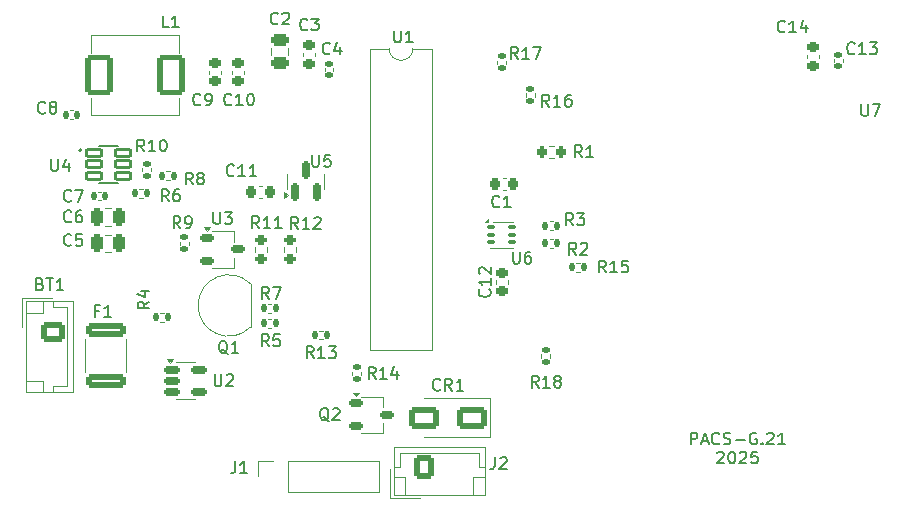
<source format=gto>
G04 #@! TF.GenerationSoftware,KiCad,Pcbnew,8.0.6*
G04 #@! TF.CreationDate,2025-02-16T16:22:00-07:00*
G04 #@! TF.ProjectId,PACS_1.0,50414353-5f31-42e3-902e-6b696361645f,rev?*
G04 #@! TF.SameCoordinates,Original*
G04 #@! TF.FileFunction,Legend,Top*
G04 #@! TF.FilePolarity,Positive*
%FSLAX46Y46*%
G04 Gerber Fmt 4.6, Leading zero omitted, Abs format (unit mm)*
G04 Created by KiCad (PCBNEW 8.0.6) date 2025-02-16 16:22:00*
%MOMM*%
%LPD*%
G01*
G04 APERTURE LIST*
G04 Aperture macros list*
%AMRoundRect*
0 Rectangle with rounded corners*
0 $1 Rounding radius*
0 $2 $3 $4 $5 $6 $7 $8 $9 X,Y pos of 4 corners*
0 Add a 4 corners polygon primitive as box body*
4,1,4,$2,$3,$4,$5,$6,$7,$8,$9,$2,$3,0*
0 Add four circle primitives for the rounded corners*
1,1,$1+$1,$2,$3*
1,1,$1+$1,$4,$5*
1,1,$1+$1,$6,$7*
1,1,$1+$1,$8,$9*
0 Add four rect primitives between the rounded corners*
20,1,$1+$1,$2,$3,$4,$5,0*
20,1,$1+$1,$4,$5,$6,$7,0*
20,1,$1+$1,$6,$7,$8,$9,0*
20,1,$1+$1,$8,$9,$2,$3,0*%
G04 Aperture macros list end*
%ADD10C,0.200000*%
%ADD11C,0.153000*%
%ADD12C,0.120000*%
%ADD13C,0.127000*%
%ADD14R,1.500000X1.050000*%
%ADD15O,1.500000X1.050000*%
%ADD16RoundRect,0.140000X-0.140000X-0.170000X0.140000X-0.170000X0.140000X0.170000X-0.140000X0.170000X0*%
%ADD17RoundRect,0.135000X-0.135000X-0.185000X0.135000X-0.185000X0.135000X0.185000X-0.135000X0.185000X0*%
%ADD18R,1.600000X1.600000*%
%ADD19O,1.600000X1.600000*%
%ADD20RoundRect,0.200000X0.200000X0.275000X-0.200000X0.275000X-0.200000X-0.275000X0.200000X-0.275000X0*%
%ADD21RoundRect,0.150000X0.150000X-0.587500X0.150000X0.587500X-0.150000X0.587500X-0.150000X-0.587500X0*%
%ADD22RoundRect,0.135000X-0.185000X0.135000X-0.185000X-0.135000X0.185000X-0.135000X0.185000X0.135000X0*%
%ADD23RoundRect,0.225000X0.250000X-0.225000X0.250000X0.225000X-0.250000X0.225000X-0.250000X-0.225000X0*%
%ADD24RoundRect,0.075000X-0.250000X-0.075000X0.250000X-0.075000X0.250000X0.075000X-0.250000X0.075000X0*%
%ADD25RoundRect,0.135000X0.135000X0.185000X-0.135000X0.185000X-0.135000X-0.185000X0.135000X-0.185000X0*%
%ADD26RoundRect,0.250000X-0.250000X-0.475000X0.250000X-0.475000X0.250000X0.475000X-0.250000X0.475000X0*%
%ADD27R,1.700000X1.700000*%
%ADD28O,1.700000X1.700000*%
%ADD29RoundRect,0.225000X-0.225000X-0.250000X0.225000X-0.250000X0.225000X0.250000X-0.225000X0.250000X0*%
%ADD30RoundRect,0.250000X-0.750000X0.600000X-0.750000X-0.600000X0.750000X-0.600000X0.750000X0.600000X0*%
%ADD31O,2.000000X1.700000*%
%ADD32RoundRect,0.162500X-0.447500X-0.162500X0.447500X-0.162500X0.447500X0.162500X-0.447500X0.162500X0*%
%ADD33RoundRect,0.140000X0.140000X0.170000X-0.140000X0.170000X-0.140000X-0.170000X0.140000X-0.170000X0*%
%ADD34RoundRect,0.225000X-0.250000X0.225000X-0.250000X-0.225000X0.250000X-0.225000X0.250000X0.225000X0*%
%ADD35RoundRect,0.250000X1.000000X0.650000X-1.000000X0.650000X-1.000000X-0.650000X1.000000X-0.650000X0*%
%ADD36RoundRect,0.099250X-0.627750X-0.297750X0.627750X-0.297750X0.627750X0.297750X-0.627750X0.297750X0*%
%ADD37RoundRect,0.250000X-1.450000X0.312500X-1.450000X-0.312500X1.450000X-0.312500X1.450000X0.312500X0*%
%ADD38RoundRect,0.200000X0.275000X-0.200000X0.275000X0.200000X-0.275000X0.200000X-0.275000X-0.200000X0*%
%ADD39RoundRect,0.135000X0.185000X-0.135000X0.185000X0.135000X-0.185000X0.135000X-0.185000X-0.135000X0*%
%ADD40RoundRect,0.140000X-0.170000X0.140000X-0.170000X-0.140000X0.170000X-0.140000X0.170000X0.140000X0*%
%ADD41RoundRect,0.140000X0.170000X-0.140000X0.170000X0.140000X-0.170000X0.140000X-0.170000X-0.140000X0*%
%ADD42RoundRect,0.250000X-0.600000X-0.750000X0.600000X-0.750000X0.600000X0.750000X-0.600000X0.750000X0*%
%ADD43O,1.700000X2.000000*%
%ADD44RoundRect,0.250000X0.475000X-0.250000X0.475000X0.250000X-0.475000X0.250000X-0.475000X-0.250000X0*%
%ADD45RoundRect,0.235000X-0.940000X-1.465000X0.940000X-1.465000X0.940000X1.465000X-0.940000X1.465000X0*%
%ADD46C,1.524000*%
%ADD47RoundRect,0.150000X-0.512500X-0.150000X0.512500X-0.150000X0.512500X0.150000X-0.512500X0.150000X0*%
G04 APERTURE END LIST*
D10*
X200023810Y-106507275D02*
X200023810Y-105507275D01*
X200023810Y-105507275D02*
X200404762Y-105507275D01*
X200404762Y-105507275D02*
X200500000Y-105554894D01*
X200500000Y-105554894D02*
X200547619Y-105602513D01*
X200547619Y-105602513D02*
X200595238Y-105697751D01*
X200595238Y-105697751D02*
X200595238Y-105840608D01*
X200595238Y-105840608D02*
X200547619Y-105935846D01*
X200547619Y-105935846D02*
X200500000Y-105983465D01*
X200500000Y-105983465D02*
X200404762Y-106031084D01*
X200404762Y-106031084D02*
X200023810Y-106031084D01*
X200976191Y-106221560D02*
X201452381Y-106221560D01*
X200880953Y-106507275D02*
X201214286Y-105507275D01*
X201214286Y-105507275D02*
X201547619Y-106507275D01*
X202452381Y-106412036D02*
X202404762Y-106459656D01*
X202404762Y-106459656D02*
X202261905Y-106507275D01*
X202261905Y-106507275D02*
X202166667Y-106507275D01*
X202166667Y-106507275D02*
X202023810Y-106459656D01*
X202023810Y-106459656D02*
X201928572Y-106364417D01*
X201928572Y-106364417D02*
X201880953Y-106269179D01*
X201880953Y-106269179D02*
X201833334Y-106078703D01*
X201833334Y-106078703D02*
X201833334Y-105935846D01*
X201833334Y-105935846D02*
X201880953Y-105745370D01*
X201880953Y-105745370D02*
X201928572Y-105650132D01*
X201928572Y-105650132D02*
X202023810Y-105554894D01*
X202023810Y-105554894D02*
X202166667Y-105507275D01*
X202166667Y-105507275D02*
X202261905Y-105507275D01*
X202261905Y-105507275D02*
X202404762Y-105554894D01*
X202404762Y-105554894D02*
X202452381Y-105602513D01*
X202833334Y-106459656D02*
X202976191Y-106507275D01*
X202976191Y-106507275D02*
X203214286Y-106507275D01*
X203214286Y-106507275D02*
X203309524Y-106459656D01*
X203309524Y-106459656D02*
X203357143Y-106412036D01*
X203357143Y-106412036D02*
X203404762Y-106316798D01*
X203404762Y-106316798D02*
X203404762Y-106221560D01*
X203404762Y-106221560D02*
X203357143Y-106126322D01*
X203357143Y-106126322D02*
X203309524Y-106078703D01*
X203309524Y-106078703D02*
X203214286Y-106031084D01*
X203214286Y-106031084D02*
X203023810Y-105983465D01*
X203023810Y-105983465D02*
X202928572Y-105935846D01*
X202928572Y-105935846D02*
X202880953Y-105888227D01*
X202880953Y-105888227D02*
X202833334Y-105792989D01*
X202833334Y-105792989D02*
X202833334Y-105697751D01*
X202833334Y-105697751D02*
X202880953Y-105602513D01*
X202880953Y-105602513D02*
X202928572Y-105554894D01*
X202928572Y-105554894D02*
X203023810Y-105507275D01*
X203023810Y-105507275D02*
X203261905Y-105507275D01*
X203261905Y-105507275D02*
X203404762Y-105554894D01*
X203833334Y-106126322D02*
X204595239Y-106126322D01*
X205595238Y-105554894D02*
X205500000Y-105507275D01*
X205500000Y-105507275D02*
X205357143Y-105507275D01*
X205357143Y-105507275D02*
X205214286Y-105554894D01*
X205214286Y-105554894D02*
X205119048Y-105650132D01*
X205119048Y-105650132D02*
X205071429Y-105745370D01*
X205071429Y-105745370D02*
X205023810Y-105935846D01*
X205023810Y-105935846D02*
X205023810Y-106078703D01*
X205023810Y-106078703D02*
X205071429Y-106269179D01*
X205071429Y-106269179D02*
X205119048Y-106364417D01*
X205119048Y-106364417D02*
X205214286Y-106459656D01*
X205214286Y-106459656D02*
X205357143Y-106507275D01*
X205357143Y-106507275D02*
X205452381Y-106507275D01*
X205452381Y-106507275D02*
X205595238Y-106459656D01*
X205595238Y-106459656D02*
X205642857Y-106412036D01*
X205642857Y-106412036D02*
X205642857Y-106078703D01*
X205642857Y-106078703D02*
X205452381Y-106078703D01*
X206071429Y-106412036D02*
X206119048Y-106459656D01*
X206119048Y-106459656D02*
X206071429Y-106507275D01*
X206071429Y-106507275D02*
X206023810Y-106459656D01*
X206023810Y-106459656D02*
X206071429Y-106412036D01*
X206071429Y-106412036D02*
X206071429Y-106507275D01*
X206500000Y-105602513D02*
X206547619Y-105554894D01*
X206547619Y-105554894D02*
X206642857Y-105507275D01*
X206642857Y-105507275D02*
X206880952Y-105507275D01*
X206880952Y-105507275D02*
X206976190Y-105554894D01*
X206976190Y-105554894D02*
X207023809Y-105602513D01*
X207023809Y-105602513D02*
X207071428Y-105697751D01*
X207071428Y-105697751D02*
X207071428Y-105792989D01*
X207071428Y-105792989D02*
X207023809Y-105935846D01*
X207023809Y-105935846D02*
X206452381Y-106507275D01*
X206452381Y-106507275D02*
X207071428Y-106507275D01*
X208023809Y-106507275D02*
X207452381Y-106507275D01*
X207738095Y-106507275D02*
X207738095Y-105507275D01*
X207738095Y-105507275D02*
X207642857Y-105650132D01*
X207642857Y-105650132D02*
X207547619Y-105745370D01*
X207547619Y-105745370D02*
X207452381Y-105792989D01*
X202285714Y-107212457D02*
X202333333Y-107164838D01*
X202333333Y-107164838D02*
X202428571Y-107117219D01*
X202428571Y-107117219D02*
X202666666Y-107117219D01*
X202666666Y-107117219D02*
X202761904Y-107164838D01*
X202761904Y-107164838D02*
X202809523Y-107212457D01*
X202809523Y-107212457D02*
X202857142Y-107307695D01*
X202857142Y-107307695D02*
X202857142Y-107402933D01*
X202857142Y-107402933D02*
X202809523Y-107545790D01*
X202809523Y-107545790D02*
X202238095Y-108117219D01*
X202238095Y-108117219D02*
X202857142Y-108117219D01*
X203476190Y-107117219D02*
X203571428Y-107117219D01*
X203571428Y-107117219D02*
X203666666Y-107164838D01*
X203666666Y-107164838D02*
X203714285Y-107212457D01*
X203714285Y-107212457D02*
X203761904Y-107307695D01*
X203761904Y-107307695D02*
X203809523Y-107498171D01*
X203809523Y-107498171D02*
X203809523Y-107736266D01*
X203809523Y-107736266D02*
X203761904Y-107926742D01*
X203761904Y-107926742D02*
X203714285Y-108021980D01*
X203714285Y-108021980D02*
X203666666Y-108069600D01*
X203666666Y-108069600D02*
X203571428Y-108117219D01*
X203571428Y-108117219D02*
X203476190Y-108117219D01*
X203476190Y-108117219D02*
X203380952Y-108069600D01*
X203380952Y-108069600D02*
X203333333Y-108021980D01*
X203333333Y-108021980D02*
X203285714Y-107926742D01*
X203285714Y-107926742D02*
X203238095Y-107736266D01*
X203238095Y-107736266D02*
X203238095Y-107498171D01*
X203238095Y-107498171D02*
X203285714Y-107307695D01*
X203285714Y-107307695D02*
X203333333Y-107212457D01*
X203333333Y-107212457D02*
X203380952Y-107164838D01*
X203380952Y-107164838D02*
X203476190Y-107117219D01*
X204190476Y-107212457D02*
X204238095Y-107164838D01*
X204238095Y-107164838D02*
X204333333Y-107117219D01*
X204333333Y-107117219D02*
X204571428Y-107117219D01*
X204571428Y-107117219D02*
X204666666Y-107164838D01*
X204666666Y-107164838D02*
X204714285Y-107212457D01*
X204714285Y-107212457D02*
X204761904Y-107307695D01*
X204761904Y-107307695D02*
X204761904Y-107402933D01*
X204761904Y-107402933D02*
X204714285Y-107545790D01*
X204714285Y-107545790D02*
X204142857Y-108117219D01*
X204142857Y-108117219D02*
X204761904Y-108117219D01*
X205666666Y-107117219D02*
X205190476Y-107117219D01*
X205190476Y-107117219D02*
X205142857Y-107593409D01*
X205142857Y-107593409D02*
X205190476Y-107545790D01*
X205190476Y-107545790D02*
X205285714Y-107498171D01*
X205285714Y-107498171D02*
X205523809Y-107498171D01*
X205523809Y-107498171D02*
X205619047Y-107545790D01*
X205619047Y-107545790D02*
X205666666Y-107593409D01*
X205666666Y-107593409D02*
X205714285Y-107688647D01*
X205714285Y-107688647D02*
X205714285Y-107926742D01*
X205714285Y-107926742D02*
X205666666Y-108021980D01*
X205666666Y-108021980D02*
X205619047Y-108069600D01*
X205619047Y-108069600D02*
X205523809Y-108117219D01*
X205523809Y-108117219D02*
X205285714Y-108117219D01*
X205285714Y-108117219D02*
X205190476Y-108069600D01*
X205190476Y-108069600D02*
X205142857Y-108021980D01*
D11*
X160829761Y-98839901D02*
X160734523Y-98792282D01*
X160734523Y-98792282D02*
X160639285Y-98697044D01*
X160639285Y-98697044D02*
X160496428Y-98554186D01*
X160496428Y-98554186D02*
X160401190Y-98506567D01*
X160401190Y-98506567D02*
X160305952Y-98506567D01*
X160353571Y-98744663D02*
X160258333Y-98697044D01*
X160258333Y-98697044D02*
X160163095Y-98601805D01*
X160163095Y-98601805D02*
X160115476Y-98411329D01*
X160115476Y-98411329D02*
X160115476Y-98077996D01*
X160115476Y-98077996D02*
X160163095Y-97887520D01*
X160163095Y-97887520D02*
X160258333Y-97792282D01*
X160258333Y-97792282D02*
X160353571Y-97744663D01*
X160353571Y-97744663D02*
X160544047Y-97744663D01*
X160544047Y-97744663D02*
X160639285Y-97792282D01*
X160639285Y-97792282D02*
X160734523Y-97887520D01*
X160734523Y-97887520D02*
X160782142Y-98077996D01*
X160782142Y-98077996D02*
X160782142Y-98411329D01*
X160782142Y-98411329D02*
X160734523Y-98601805D01*
X160734523Y-98601805D02*
X160639285Y-98697044D01*
X160639285Y-98697044D02*
X160544047Y-98744663D01*
X160544047Y-98744663D02*
X160353571Y-98744663D01*
X161734523Y-98744663D02*
X161163095Y-98744663D01*
X161448809Y-98744663D02*
X161448809Y-97744663D01*
X161448809Y-97744663D02*
X161353571Y-97887520D01*
X161353571Y-97887520D02*
X161258333Y-97982758D01*
X161258333Y-97982758D02*
X161163095Y-98030377D01*
X147583333Y-85859424D02*
X147535714Y-85907044D01*
X147535714Y-85907044D02*
X147392857Y-85954663D01*
X147392857Y-85954663D02*
X147297619Y-85954663D01*
X147297619Y-85954663D02*
X147154762Y-85907044D01*
X147154762Y-85907044D02*
X147059524Y-85811805D01*
X147059524Y-85811805D02*
X147011905Y-85716567D01*
X147011905Y-85716567D02*
X146964286Y-85526091D01*
X146964286Y-85526091D02*
X146964286Y-85383234D01*
X146964286Y-85383234D02*
X147011905Y-85192758D01*
X147011905Y-85192758D02*
X147059524Y-85097520D01*
X147059524Y-85097520D02*
X147154762Y-85002282D01*
X147154762Y-85002282D02*
X147297619Y-84954663D01*
X147297619Y-84954663D02*
X147392857Y-84954663D01*
X147392857Y-84954663D02*
X147535714Y-85002282D01*
X147535714Y-85002282D02*
X147583333Y-85049901D01*
X147916667Y-84954663D02*
X148583333Y-84954663D01*
X148583333Y-84954663D02*
X148154762Y-85954663D01*
X168107142Y-99204663D02*
X167773809Y-98728472D01*
X167535714Y-99204663D02*
X167535714Y-98204663D01*
X167535714Y-98204663D02*
X167916666Y-98204663D01*
X167916666Y-98204663D02*
X168011904Y-98252282D01*
X168011904Y-98252282D02*
X168059523Y-98299901D01*
X168059523Y-98299901D02*
X168107142Y-98395139D01*
X168107142Y-98395139D02*
X168107142Y-98537996D01*
X168107142Y-98537996D02*
X168059523Y-98633234D01*
X168059523Y-98633234D02*
X168011904Y-98680853D01*
X168011904Y-98680853D02*
X167916666Y-98728472D01*
X167916666Y-98728472D02*
X167535714Y-98728472D01*
X169059523Y-99204663D02*
X168488095Y-99204663D01*
X168773809Y-99204663D02*
X168773809Y-98204663D01*
X168773809Y-98204663D02*
X168678571Y-98347520D01*
X168678571Y-98347520D02*
X168583333Y-98442758D01*
X168583333Y-98442758D02*
X168488095Y-98490377D01*
X169392857Y-98204663D02*
X170011904Y-98204663D01*
X170011904Y-98204663D02*
X169678571Y-98585615D01*
X169678571Y-98585615D02*
X169821428Y-98585615D01*
X169821428Y-98585615D02*
X169916666Y-98633234D01*
X169916666Y-98633234D02*
X169964285Y-98680853D01*
X169964285Y-98680853D02*
X170011904Y-98776091D01*
X170011904Y-98776091D02*
X170011904Y-99014186D01*
X170011904Y-99014186D02*
X169964285Y-99109424D01*
X169964285Y-99109424D02*
X169916666Y-99157044D01*
X169916666Y-99157044D02*
X169821428Y-99204663D01*
X169821428Y-99204663D02*
X169535714Y-99204663D01*
X169535714Y-99204663D02*
X169440476Y-99157044D01*
X169440476Y-99157044D02*
X169392857Y-99109424D01*
X192857142Y-91954663D02*
X192523809Y-91478472D01*
X192285714Y-91954663D02*
X192285714Y-90954663D01*
X192285714Y-90954663D02*
X192666666Y-90954663D01*
X192666666Y-90954663D02*
X192761904Y-91002282D01*
X192761904Y-91002282D02*
X192809523Y-91049901D01*
X192809523Y-91049901D02*
X192857142Y-91145139D01*
X192857142Y-91145139D02*
X192857142Y-91287996D01*
X192857142Y-91287996D02*
X192809523Y-91383234D01*
X192809523Y-91383234D02*
X192761904Y-91430853D01*
X192761904Y-91430853D02*
X192666666Y-91478472D01*
X192666666Y-91478472D02*
X192285714Y-91478472D01*
X193809523Y-91954663D02*
X193238095Y-91954663D01*
X193523809Y-91954663D02*
X193523809Y-90954663D01*
X193523809Y-90954663D02*
X193428571Y-91097520D01*
X193428571Y-91097520D02*
X193333333Y-91192758D01*
X193333333Y-91192758D02*
X193238095Y-91240377D01*
X194714285Y-90954663D02*
X194238095Y-90954663D01*
X194238095Y-90954663D02*
X194190476Y-91430853D01*
X194190476Y-91430853D02*
X194238095Y-91383234D01*
X194238095Y-91383234D02*
X194333333Y-91335615D01*
X194333333Y-91335615D02*
X194571428Y-91335615D01*
X194571428Y-91335615D02*
X194666666Y-91383234D01*
X194666666Y-91383234D02*
X194714285Y-91430853D01*
X194714285Y-91430853D02*
X194761904Y-91526091D01*
X194761904Y-91526091D02*
X194761904Y-91764186D01*
X194761904Y-91764186D02*
X194714285Y-91859424D01*
X194714285Y-91859424D02*
X194666666Y-91907044D01*
X194666666Y-91907044D02*
X194571428Y-91954663D01*
X194571428Y-91954663D02*
X194333333Y-91954663D01*
X194333333Y-91954663D02*
X194238095Y-91907044D01*
X194238095Y-91907044D02*
X194190476Y-91859424D01*
X174938095Y-71479663D02*
X174938095Y-72289186D01*
X174938095Y-72289186D02*
X174985714Y-72384424D01*
X174985714Y-72384424D02*
X175033333Y-72432044D01*
X175033333Y-72432044D02*
X175128571Y-72479663D01*
X175128571Y-72479663D02*
X175319047Y-72479663D01*
X175319047Y-72479663D02*
X175414285Y-72432044D01*
X175414285Y-72432044D02*
X175461904Y-72384424D01*
X175461904Y-72384424D02*
X175509523Y-72289186D01*
X175509523Y-72289186D02*
X175509523Y-71479663D01*
X176509523Y-72479663D02*
X175938095Y-72479663D01*
X176223809Y-72479663D02*
X176223809Y-71479663D01*
X176223809Y-71479663D02*
X176128571Y-71622520D01*
X176128571Y-71622520D02*
X176033333Y-71717758D01*
X176033333Y-71717758D02*
X175938095Y-71765377D01*
X190833333Y-82204663D02*
X190500000Y-81728472D01*
X190261905Y-82204663D02*
X190261905Y-81204663D01*
X190261905Y-81204663D02*
X190642857Y-81204663D01*
X190642857Y-81204663D02*
X190738095Y-81252282D01*
X190738095Y-81252282D02*
X190785714Y-81299901D01*
X190785714Y-81299901D02*
X190833333Y-81395139D01*
X190833333Y-81395139D02*
X190833333Y-81537996D01*
X190833333Y-81537996D02*
X190785714Y-81633234D01*
X190785714Y-81633234D02*
X190738095Y-81680853D01*
X190738095Y-81680853D02*
X190642857Y-81728472D01*
X190642857Y-81728472D02*
X190261905Y-81728472D01*
X191785714Y-82204663D02*
X191214286Y-82204663D01*
X191500000Y-82204663D02*
X191500000Y-81204663D01*
X191500000Y-81204663D02*
X191404762Y-81347520D01*
X191404762Y-81347520D02*
X191309524Y-81442758D01*
X191309524Y-81442758D02*
X191214286Y-81490377D01*
X167988095Y-82004663D02*
X167988095Y-82814186D01*
X167988095Y-82814186D02*
X168035714Y-82909424D01*
X168035714Y-82909424D02*
X168083333Y-82957044D01*
X168083333Y-82957044D02*
X168178571Y-83004663D01*
X168178571Y-83004663D02*
X168369047Y-83004663D01*
X168369047Y-83004663D02*
X168464285Y-82957044D01*
X168464285Y-82957044D02*
X168511904Y-82909424D01*
X168511904Y-82909424D02*
X168559523Y-82814186D01*
X168559523Y-82814186D02*
X168559523Y-82004663D01*
X169511904Y-82004663D02*
X169035714Y-82004663D01*
X169035714Y-82004663D02*
X168988095Y-82480853D01*
X168988095Y-82480853D02*
X169035714Y-82433234D01*
X169035714Y-82433234D02*
X169130952Y-82385615D01*
X169130952Y-82385615D02*
X169369047Y-82385615D01*
X169369047Y-82385615D02*
X169464285Y-82433234D01*
X169464285Y-82433234D02*
X169511904Y-82480853D01*
X169511904Y-82480853D02*
X169559523Y-82576091D01*
X169559523Y-82576091D02*
X169559523Y-82814186D01*
X169559523Y-82814186D02*
X169511904Y-82909424D01*
X169511904Y-82909424D02*
X169464285Y-82957044D01*
X169464285Y-82957044D02*
X169369047Y-83004663D01*
X169369047Y-83004663D02*
X169130952Y-83004663D01*
X169130952Y-83004663D02*
X169035714Y-82957044D01*
X169035714Y-82957044D02*
X168988095Y-82909424D01*
X173357142Y-100954663D02*
X173023809Y-100478472D01*
X172785714Y-100954663D02*
X172785714Y-99954663D01*
X172785714Y-99954663D02*
X173166666Y-99954663D01*
X173166666Y-99954663D02*
X173261904Y-100002282D01*
X173261904Y-100002282D02*
X173309523Y-100049901D01*
X173309523Y-100049901D02*
X173357142Y-100145139D01*
X173357142Y-100145139D02*
X173357142Y-100287996D01*
X173357142Y-100287996D02*
X173309523Y-100383234D01*
X173309523Y-100383234D02*
X173261904Y-100430853D01*
X173261904Y-100430853D02*
X173166666Y-100478472D01*
X173166666Y-100478472D02*
X172785714Y-100478472D01*
X174309523Y-100954663D02*
X173738095Y-100954663D01*
X174023809Y-100954663D02*
X174023809Y-99954663D01*
X174023809Y-99954663D02*
X173928571Y-100097520D01*
X173928571Y-100097520D02*
X173833333Y-100192758D01*
X173833333Y-100192758D02*
X173738095Y-100240377D01*
X175166666Y-100287996D02*
X175166666Y-100954663D01*
X174928571Y-99907044D02*
X174690476Y-100621329D01*
X174690476Y-100621329D02*
X175309523Y-100621329D01*
X167583333Y-71359424D02*
X167535714Y-71407044D01*
X167535714Y-71407044D02*
X167392857Y-71454663D01*
X167392857Y-71454663D02*
X167297619Y-71454663D01*
X167297619Y-71454663D02*
X167154762Y-71407044D01*
X167154762Y-71407044D02*
X167059524Y-71311805D01*
X167059524Y-71311805D02*
X167011905Y-71216567D01*
X167011905Y-71216567D02*
X166964286Y-71026091D01*
X166964286Y-71026091D02*
X166964286Y-70883234D01*
X166964286Y-70883234D02*
X167011905Y-70692758D01*
X167011905Y-70692758D02*
X167059524Y-70597520D01*
X167059524Y-70597520D02*
X167154762Y-70502282D01*
X167154762Y-70502282D02*
X167297619Y-70454663D01*
X167297619Y-70454663D02*
X167392857Y-70454663D01*
X167392857Y-70454663D02*
X167535714Y-70502282D01*
X167535714Y-70502282D02*
X167583333Y-70549901D01*
X167916667Y-70454663D02*
X168535714Y-70454663D01*
X168535714Y-70454663D02*
X168202381Y-70835615D01*
X168202381Y-70835615D02*
X168345238Y-70835615D01*
X168345238Y-70835615D02*
X168440476Y-70883234D01*
X168440476Y-70883234D02*
X168488095Y-70930853D01*
X168488095Y-70930853D02*
X168535714Y-71026091D01*
X168535714Y-71026091D02*
X168535714Y-71264186D01*
X168535714Y-71264186D02*
X168488095Y-71359424D01*
X168488095Y-71359424D02*
X168440476Y-71407044D01*
X168440476Y-71407044D02*
X168345238Y-71454663D01*
X168345238Y-71454663D02*
X168059524Y-71454663D01*
X168059524Y-71454663D02*
X167964286Y-71407044D01*
X167964286Y-71407044D02*
X167916667Y-71359424D01*
X184988095Y-90204663D02*
X184988095Y-91014186D01*
X184988095Y-91014186D02*
X185035714Y-91109424D01*
X185035714Y-91109424D02*
X185083333Y-91157044D01*
X185083333Y-91157044D02*
X185178571Y-91204663D01*
X185178571Y-91204663D02*
X185369047Y-91204663D01*
X185369047Y-91204663D02*
X185464285Y-91157044D01*
X185464285Y-91157044D02*
X185511904Y-91109424D01*
X185511904Y-91109424D02*
X185559523Y-91014186D01*
X185559523Y-91014186D02*
X185559523Y-90204663D01*
X186464285Y-90204663D02*
X186273809Y-90204663D01*
X186273809Y-90204663D02*
X186178571Y-90252282D01*
X186178571Y-90252282D02*
X186130952Y-90299901D01*
X186130952Y-90299901D02*
X186035714Y-90442758D01*
X186035714Y-90442758D02*
X185988095Y-90633234D01*
X185988095Y-90633234D02*
X185988095Y-91014186D01*
X185988095Y-91014186D02*
X186035714Y-91109424D01*
X186035714Y-91109424D02*
X186083333Y-91157044D01*
X186083333Y-91157044D02*
X186178571Y-91204663D01*
X186178571Y-91204663D02*
X186369047Y-91204663D01*
X186369047Y-91204663D02*
X186464285Y-91157044D01*
X186464285Y-91157044D02*
X186511904Y-91109424D01*
X186511904Y-91109424D02*
X186559523Y-91014186D01*
X186559523Y-91014186D02*
X186559523Y-90776091D01*
X186559523Y-90776091D02*
X186511904Y-90680853D01*
X186511904Y-90680853D02*
X186464285Y-90633234D01*
X186464285Y-90633234D02*
X186369047Y-90585615D01*
X186369047Y-90585615D02*
X186178571Y-90585615D01*
X186178571Y-90585615D02*
X186083333Y-90633234D01*
X186083333Y-90633234D02*
X186035714Y-90680853D01*
X186035714Y-90680853D02*
X185988095Y-90776091D01*
X155833333Y-85929663D02*
X155500000Y-85453472D01*
X155261905Y-85929663D02*
X155261905Y-84929663D01*
X155261905Y-84929663D02*
X155642857Y-84929663D01*
X155642857Y-84929663D02*
X155738095Y-84977282D01*
X155738095Y-84977282D02*
X155785714Y-85024901D01*
X155785714Y-85024901D02*
X155833333Y-85120139D01*
X155833333Y-85120139D02*
X155833333Y-85262996D01*
X155833333Y-85262996D02*
X155785714Y-85358234D01*
X155785714Y-85358234D02*
X155738095Y-85405853D01*
X155738095Y-85405853D02*
X155642857Y-85453472D01*
X155642857Y-85453472D02*
X155261905Y-85453472D01*
X156690476Y-84929663D02*
X156500000Y-84929663D01*
X156500000Y-84929663D02*
X156404762Y-84977282D01*
X156404762Y-84977282D02*
X156357143Y-85024901D01*
X156357143Y-85024901D02*
X156261905Y-85167758D01*
X156261905Y-85167758D02*
X156214286Y-85358234D01*
X156214286Y-85358234D02*
X156214286Y-85739186D01*
X156214286Y-85739186D02*
X156261905Y-85834424D01*
X156261905Y-85834424D02*
X156309524Y-85882044D01*
X156309524Y-85882044D02*
X156404762Y-85929663D01*
X156404762Y-85929663D02*
X156595238Y-85929663D01*
X156595238Y-85929663D02*
X156690476Y-85882044D01*
X156690476Y-85882044D02*
X156738095Y-85834424D01*
X156738095Y-85834424D02*
X156785714Y-85739186D01*
X156785714Y-85739186D02*
X156785714Y-85501091D01*
X156785714Y-85501091D02*
X156738095Y-85405853D01*
X156738095Y-85405853D02*
X156690476Y-85358234D01*
X156690476Y-85358234D02*
X156595238Y-85310615D01*
X156595238Y-85310615D02*
X156404762Y-85310615D01*
X156404762Y-85310615D02*
X156309524Y-85358234D01*
X156309524Y-85358234D02*
X156261905Y-85405853D01*
X156261905Y-85405853D02*
X156214286Y-85501091D01*
X147583333Y-87609424D02*
X147535714Y-87657044D01*
X147535714Y-87657044D02*
X147392857Y-87704663D01*
X147392857Y-87704663D02*
X147297619Y-87704663D01*
X147297619Y-87704663D02*
X147154762Y-87657044D01*
X147154762Y-87657044D02*
X147059524Y-87561805D01*
X147059524Y-87561805D02*
X147011905Y-87466567D01*
X147011905Y-87466567D02*
X146964286Y-87276091D01*
X146964286Y-87276091D02*
X146964286Y-87133234D01*
X146964286Y-87133234D02*
X147011905Y-86942758D01*
X147011905Y-86942758D02*
X147059524Y-86847520D01*
X147059524Y-86847520D02*
X147154762Y-86752282D01*
X147154762Y-86752282D02*
X147297619Y-86704663D01*
X147297619Y-86704663D02*
X147392857Y-86704663D01*
X147392857Y-86704663D02*
X147535714Y-86752282D01*
X147535714Y-86752282D02*
X147583333Y-86799901D01*
X148440476Y-86704663D02*
X148250000Y-86704663D01*
X148250000Y-86704663D02*
X148154762Y-86752282D01*
X148154762Y-86752282D02*
X148107143Y-86799901D01*
X148107143Y-86799901D02*
X148011905Y-86942758D01*
X148011905Y-86942758D02*
X147964286Y-87133234D01*
X147964286Y-87133234D02*
X147964286Y-87514186D01*
X147964286Y-87514186D02*
X148011905Y-87609424D01*
X148011905Y-87609424D02*
X148059524Y-87657044D01*
X148059524Y-87657044D02*
X148154762Y-87704663D01*
X148154762Y-87704663D02*
X148345238Y-87704663D01*
X148345238Y-87704663D02*
X148440476Y-87657044D01*
X148440476Y-87657044D02*
X148488095Y-87609424D01*
X148488095Y-87609424D02*
X148535714Y-87514186D01*
X148535714Y-87514186D02*
X148535714Y-87276091D01*
X148535714Y-87276091D02*
X148488095Y-87180853D01*
X148488095Y-87180853D02*
X148440476Y-87133234D01*
X148440476Y-87133234D02*
X148345238Y-87085615D01*
X148345238Y-87085615D02*
X148154762Y-87085615D01*
X148154762Y-87085615D02*
X148059524Y-87133234D01*
X148059524Y-87133234D02*
X148011905Y-87180853D01*
X148011905Y-87180853D02*
X147964286Y-87276091D01*
X161466666Y-107954663D02*
X161466666Y-108668948D01*
X161466666Y-108668948D02*
X161419047Y-108811805D01*
X161419047Y-108811805D02*
X161323809Y-108907044D01*
X161323809Y-108907044D02*
X161180952Y-108954663D01*
X161180952Y-108954663D02*
X161085714Y-108954663D01*
X162466666Y-108954663D02*
X161895238Y-108954663D01*
X162180952Y-108954663D02*
X162180952Y-107954663D01*
X162180952Y-107954663D02*
X162085714Y-108097520D01*
X162085714Y-108097520D02*
X161990476Y-108192758D01*
X161990476Y-108192758D02*
X161895238Y-108240377D01*
X185407142Y-73879663D02*
X185073809Y-73403472D01*
X184835714Y-73879663D02*
X184835714Y-72879663D01*
X184835714Y-72879663D02*
X185216666Y-72879663D01*
X185216666Y-72879663D02*
X185311904Y-72927282D01*
X185311904Y-72927282D02*
X185359523Y-72974901D01*
X185359523Y-72974901D02*
X185407142Y-73070139D01*
X185407142Y-73070139D02*
X185407142Y-73212996D01*
X185407142Y-73212996D02*
X185359523Y-73308234D01*
X185359523Y-73308234D02*
X185311904Y-73355853D01*
X185311904Y-73355853D02*
X185216666Y-73403472D01*
X185216666Y-73403472D02*
X184835714Y-73403472D01*
X186359523Y-73879663D02*
X185788095Y-73879663D01*
X186073809Y-73879663D02*
X186073809Y-72879663D01*
X186073809Y-72879663D02*
X185978571Y-73022520D01*
X185978571Y-73022520D02*
X185883333Y-73117758D01*
X185883333Y-73117758D02*
X185788095Y-73165377D01*
X186692857Y-72879663D02*
X187359523Y-72879663D01*
X187359523Y-72879663D02*
X186930952Y-73879663D01*
X183833333Y-86359424D02*
X183785714Y-86407044D01*
X183785714Y-86407044D02*
X183642857Y-86454663D01*
X183642857Y-86454663D02*
X183547619Y-86454663D01*
X183547619Y-86454663D02*
X183404762Y-86407044D01*
X183404762Y-86407044D02*
X183309524Y-86311805D01*
X183309524Y-86311805D02*
X183261905Y-86216567D01*
X183261905Y-86216567D02*
X183214286Y-86026091D01*
X183214286Y-86026091D02*
X183214286Y-85883234D01*
X183214286Y-85883234D02*
X183261905Y-85692758D01*
X183261905Y-85692758D02*
X183309524Y-85597520D01*
X183309524Y-85597520D02*
X183404762Y-85502282D01*
X183404762Y-85502282D02*
X183547619Y-85454663D01*
X183547619Y-85454663D02*
X183642857Y-85454663D01*
X183642857Y-85454663D02*
X183785714Y-85502282D01*
X183785714Y-85502282D02*
X183833333Y-85549901D01*
X184785714Y-86454663D02*
X184214286Y-86454663D01*
X184500000Y-86454663D02*
X184500000Y-85454663D01*
X184500000Y-85454663D02*
X184404762Y-85597520D01*
X184404762Y-85597520D02*
X184309524Y-85692758D01*
X184309524Y-85692758D02*
X184214286Y-85740377D01*
X161357142Y-83709424D02*
X161309523Y-83757044D01*
X161309523Y-83757044D02*
X161166666Y-83804663D01*
X161166666Y-83804663D02*
X161071428Y-83804663D01*
X161071428Y-83804663D02*
X160928571Y-83757044D01*
X160928571Y-83757044D02*
X160833333Y-83661805D01*
X160833333Y-83661805D02*
X160785714Y-83566567D01*
X160785714Y-83566567D02*
X160738095Y-83376091D01*
X160738095Y-83376091D02*
X160738095Y-83233234D01*
X160738095Y-83233234D02*
X160785714Y-83042758D01*
X160785714Y-83042758D02*
X160833333Y-82947520D01*
X160833333Y-82947520D02*
X160928571Y-82852282D01*
X160928571Y-82852282D02*
X161071428Y-82804663D01*
X161071428Y-82804663D02*
X161166666Y-82804663D01*
X161166666Y-82804663D02*
X161309523Y-82852282D01*
X161309523Y-82852282D02*
X161357142Y-82899901D01*
X162309523Y-83804663D02*
X161738095Y-83804663D01*
X162023809Y-83804663D02*
X162023809Y-82804663D01*
X162023809Y-82804663D02*
X161928571Y-82947520D01*
X161928571Y-82947520D02*
X161833333Y-83042758D01*
X161833333Y-83042758D02*
X161738095Y-83090377D01*
X163261904Y-83804663D02*
X162690476Y-83804663D01*
X162976190Y-83804663D02*
X162976190Y-82804663D01*
X162976190Y-82804663D02*
X162880952Y-82947520D01*
X162880952Y-82947520D02*
X162785714Y-83042758D01*
X162785714Y-83042758D02*
X162690476Y-83090377D01*
X154204663Y-94416666D02*
X153728472Y-94749999D01*
X154204663Y-94988094D02*
X153204663Y-94988094D01*
X153204663Y-94988094D02*
X153204663Y-94607142D01*
X153204663Y-94607142D02*
X153252282Y-94511904D01*
X153252282Y-94511904D02*
X153299901Y-94464285D01*
X153299901Y-94464285D02*
X153395139Y-94416666D01*
X153395139Y-94416666D02*
X153537996Y-94416666D01*
X153537996Y-94416666D02*
X153633234Y-94464285D01*
X153633234Y-94464285D02*
X153680853Y-94511904D01*
X153680853Y-94511904D02*
X153728472Y-94607142D01*
X153728472Y-94607142D02*
X153728472Y-94988094D01*
X153537996Y-93559523D02*
X154204663Y-93559523D01*
X153157044Y-93797618D02*
X153871329Y-94035713D01*
X153871329Y-94035713D02*
X153871329Y-93416666D01*
X144964285Y-92930853D02*
X145107142Y-92978472D01*
X145107142Y-92978472D02*
X145154761Y-93026091D01*
X145154761Y-93026091D02*
X145202380Y-93121329D01*
X145202380Y-93121329D02*
X145202380Y-93264186D01*
X145202380Y-93264186D02*
X145154761Y-93359424D01*
X145154761Y-93359424D02*
X145107142Y-93407044D01*
X145107142Y-93407044D02*
X145011904Y-93454663D01*
X145011904Y-93454663D02*
X144630952Y-93454663D01*
X144630952Y-93454663D02*
X144630952Y-92454663D01*
X144630952Y-92454663D02*
X144964285Y-92454663D01*
X144964285Y-92454663D02*
X145059523Y-92502282D01*
X145059523Y-92502282D02*
X145107142Y-92549901D01*
X145107142Y-92549901D02*
X145154761Y-92645139D01*
X145154761Y-92645139D02*
X145154761Y-92740377D01*
X145154761Y-92740377D02*
X145107142Y-92835615D01*
X145107142Y-92835615D02*
X145059523Y-92883234D01*
X145059523Y-92883234D02*
X144964285Y-92930853D01*
X144964285Y-92930853D02*
X144630952Y-92930853D01*
X145488095Y-92454663D02*
X146059523Y-92454663D01*
X145773809Y-93454663D02*
X145773809Y-92454663D01*
X146916666Y-93454663D02*
X146345238Y-93454663D01*
X146630952Y-93454663D02*
X146630952Y-92454663D01*
X146630952Y-92454663D02*
X146535714Y-92597520D01*
X146535714Y-92597520D02*
X146440476Y-92692758D01*
X146440476Y-92692758D02*
X146345238Y-92740377D01*
X159628095Y-86854663D02*
X159628095Y-87664186D01*
X159628095Y-87664186D02*
X159675714Y-87759424D01*
X159675714Y-87759424D02*
X159723333Y-87807044D01*
X159723333Y-87807044D02*
X159818571Y-87854663D01*
X159818571Y-87854663D02*
X160009047Y-87854663D01*
X160009047Y-87854663D02*
X160104285Y-87807044D01*
X160104285Y-87807044D02*
X160151904Y-87759424D01*
X160151904Y-87759424D02*
X160199523Y-87664186D01*
X160199523Y-87664186D02*
X160199523Y-86854663D01*
X160580476Y-86854663D02*
X161199523Y-86854663D01*
X161199523Y-86854663D02*
X160866190Y-87235615D01*
X160866190Y-87235615D02*
X161009047Y-87235615D01*
X161009047Y-87235615D02*
X161104285Y-87283234D01*
X161104285Y-87283234D02*
X161151904Y-87330853D01*
X161151904Y-87330853D02*
X161199523Y-87426091D01*
X161199523Y-87426091D02*
X161199523Y-87664186D01*
X161199523Y-87664186D02*
X161151904Y-87759424D01*
X161151904Y-87759424D02*
X161104285Y-87807044D01*
X161104285Y-87807044D02*
X161009047Y-87854663D01*
X161009047Y-87854663D02*
X160723333Y-87854663D01*
X160723333Y-87854663D02*
X160628095Y-87807044D01*
X160628095Y-87807044D02*
X160580476Y-87759424D01*
X145383333Y-78409424D02*
X145335714Y-78457044D01*
X145335714Y-78457044D02*
X145192857Y-78504663D01*
X145192857Y-78504663D02*
X145097619Y-78504663D01*
X145097619Y-78504663D02*
X144954762Y-78457044D01*
X144954762Y-78457044D02*
X144859524Y-78361805D01*
X144859524Y-78361805D02*
X144811905Y-78266567D01*
X144811905Y-78266567D02*
X144764286Y-78076091D01*
X144764286Y-78076091D02*
X144764286Y-77933234D01*
X144764286Y-77933234D02*
X144811905Y-77742758D01*
X144811905Y-77742758D02*
X144859524Y-77647520D01*
X144859524Y-77647520D02*
X144954762Y-77552282D01*
X144954762Y-77552282D02*
X145097619Y-77504663D01*
X145097619Y-77504663D02*
X145192857Y-77504663D01*
X145192857Y-77504663D02*
X145335714Y-77552282D01*
X145335714Y-77552282D02*
X145383333Y-77599901D01*
X145954762Y-77933234D02*
X145859524Y-77885615D01*
X145859524Y-77885615D02*
X145811905Y-77837996D01*
X145811905Y-77837996D02*
X145764286Y-77742758D01*
X145764286Y-77742758D02*
X145764286Y-77695139D01*
X145764286Y-77695139D02*
X145811905Y-77599901D01*
X145811905Y-77599901D02*
X145859524Y-77552282D01*
X145859524Y-77552282D02*
X145954762Y-77504663D01*
X145954762Y-77504663D02*
X146145238Y-77504663D01*
X146145238Y-77504663D02*
X146240476Y-77552282D01*
X146240476Y-77552282D02*
X146288095Y-77599901D01*
X146288095Y-77599901D02*
X146335714Y-77695139D01*
X146335714Y-77695139D02*
X146335714Y-77742758D01*
X146335714Y-77742758D02*
X146288095Y-77837996D01*
X146288095Y-77837996D02*
X146240476Y-77885615D01*
X146240476Y-77885615D02*
X146145238Y-77933234D01*
X146145238Y-77933234D02*
X145954762Y-77933234D01*
X145954762Y-77933234D02*
X145859524Y-77980853D01*
X145859524Y-77980853D02*
X145811905Y-78028472D01*
X145811905Y-78028472D02*
X145764286Y-78123710D01*
X145764286Y-78123710D02*
X145764286Y-78314186D01*
X145764286Y-78314186D02*
X145811905Y-78409424D01*
X145811905Y-78409424D02*
X145859524Y-78457044D01*
X145859524Y-78457044D02*
X145954762Y-78504663D01*
X145954762Y-78504663D02*
X146145238Y-78504663D01*
X146145238Y-78504663D02*
X146240476Y-78457044D01*
X146240476Y-78457044D02*
X146288095Y-78409424D01*
X146288095Y-78409424D02*
X146335714Y-78314186D01*
X146335714Y-78314186D02*
X146335714Y-78123710D01*
X146335714Y-78123710D02*
X146288095Y-78028472D01*
X146288095Y-78028472D02*
X146240476Y-77980853D01*
X146240476Y-77980853D02*
X146145238Y-77933234D01*
X182999424Y-93392857D02*
X183047044Y-93440476D01*
X183047044Y-93440476D02*
X183094663Y-93583333D01*
X183094663Y-93583333D02*
X183094663Y-93678571D01*
X183094663Y-93678571D02*
X183047044Y-93821428D01*
X183047044Y-93821428D02*
X182951805Y-93916666D01*
X182951805Y-93916666D02*
X182856567Y-93964285D01*
X182856567Y-93964285D02*
X182666091Y-94011904D01*
X182666091Y-94011904D02*
X182523234Y-94011904D01*
X182523234Y-94011904D02*
X182332758Y-93964285D01*
X182332758Y-93964285D02*
X182237520Y-93916666D01*
X182237520Y-93916666D02*
X182142282Y-93821428D01*
X182142282Y-93821428D02*
X182094663Y-93678571D01*
X182094663Y-93678571D02*
X182094663Y-93583333D01*
X182094663Y-93583333D02*
X182142282Y-93440476D01*
X182142282Y-93440476D02*
X182189901Y-93392857D01*
X183094663Y-92440476D02*
X183094663Y-93011904D01*
X183094663Y-92726190D02*
X182094663Y-92726190D01*
X182094663Y-92726190D02*
X182237520Y-92821428D01*
X182237520Y-92821428D02*
X182332758Y-92916666D01*
X182332758Y-92916666D02*
X182380377Y-93011904D01*
X182189901Y-92059523D02*
X182142282Y-92011904D01*
X182142282Y-92011904D02*
X182094663Y-91916666D01*
X182094663Y-91916666D02*
X182094663Y-91678571D01*
X182094663Y-91678571D02*
X182142282Y-91583333D01*
X182142282Y-91583333D02*
X182189901Y-91535714D01*
X182189901Y-91535714D02*
X182285139Y-91488095D01*
X182285139Y-91488095D02*
X182380377Y-91488095D01*
X182380377Y-91488095D02*
X182523234Y-91535714D01*
X182523234Y-91535714D02*
X183094663Y-92107142D01*
X183094663Y-92107142D02*
X183094663Y-91488095D01*
X187157142Y-101704663D02*
X186823809Y-101228472D01*
X186585714Y-101704663D02*
X186585714Y-100704663D01*
X186585714Y-100704663D02*
X186966666Y-100704663D01*
X186966666Y-100704663D02*
X187061904Y-100752282D01*
X187061904Y-100752282D02*
X187109523Y-100799901D01*
X187109523Y-100799901D02*
X187157142Y-100895139D01*
X187157142Y-100895139D02*
X187157142Y-101037996D01*
X187157142Y-101037996D02*
X187109523Y-101133234D01*
X187109523Y-101133234D02*
X187061904Y-101180853D01*
X187061904Y-101180853D02*
X186966666Y-101228472D01*
X186966666Y-101228472D02*
X186585714Y-101228472D01*
X188109523Y-101704663D02*
X187538095Y-101704663D01*
X187823809Y-101704663D02*
X187823809Y-100704663D01*
X187823809Y-100704663D02*
X187728571Y-100847520D01*
X187728571Y-100847520D02*
X187633333Y-100942758D01*
X187633333Y-100942758D02*
X187538095Y-100990377D01*
X188680952Y-101133234D02*
X188585714Y-101085615D01*
X188585714Y-101085615D02*
X188538095Y-101037996D01*
X188538095Y-101037996D02*
X188490476Y-100942758D01*
X188490476Y-100942758D02*
X188490476Y-100895139D01*
X188490476Y-100895139D02*
X188538095Y-100799901D01*
X188538095Y-100799901D02*
X188585714Y-100752282D01*
X188585714Y-100752282D02*
X188680952Y-100704663D01*
X188680952Y-100704663D02*
X188871428Y-100704663D01*
X188871428Y-100704663D02*
X188966666Y-100752282D01*
X188966666Y-100752282D02*
X189014285Y-100799901D01*
X189014285Y-100799901D02*
X189061904Y-100895139D01*
X189061904Y-100895139D02*
X189061904Y-100942758D01*
X189061904Y-100942758D02*
X189014285Y-101037996D01*
X189014285Y-101037996D02*
X188966666Y-101085615D01*
X188966666Y-101085615D02*
X188871428Y-101133234D01*
X188871428Y-101133234D02*
X188680952Y-101133234D01*
X188680952Y-101133234D02*
X188585714Y-101180853D01*
X188585714Y-101180853D02*
X188538095Y-101228472D01*
X188538095Y-101228472D02*
X188490476Y-101323710D01*
X188490476Y-101323710D02*
X188490476Y-101514186D01*
X188490476Y-101514186D02*
X188538095Y-101609424D01*
X188538095Y-101609424D02*
X188585714Y-101657044D01*
X188585714Y-101657044D02*
X188680952Y-101704663D01*
X188680952Y-101704663D02*
X188871428Y-101704663D01*
X188871428Y-101704663D02*
X188966666Y-101657044D01*
X188966666Y-101657044D02*
X189014285Y-101609424D01*
X189014285Y-101609424D02*
X189061904Y-101514186D01*
X189061904Y-101514186D02*
X189061904Y-101323710D01*
X189061904Y-101323710D02*
X189014285Y-101228472D01*
X189014285Y-101228472D02*
X188966666Y-101180853D01*
X188966666Y-101180853D02*
X188871428Y-101133234D01*
X161157142Y-77709424D02*
X161109523Y-77757044D01*
X161109523Y-77757044D02*
X160966666Y-77804663D01*
X160966666Y-77804663D02*
X160871428Y-77804663D01*
X160871428Y-77804663D02*
X160728571Y-77757044D01*
X160728571Y-77757044D02*
X160633333Y-77661805D01*
X160633333Y-77661805D02*
X160585714Y-77566567D01*
X160585714Y-77566567D02*
X160538095Y-77376091D01*
X160538095Y-77376091D02*
X160538095Y-77233234D01*
X160538095Y-77233234D02*
X160585714Y-77042758D01*
X160585714Y-77042758D02*
X160633333Y-76947520D01*
X160633333Y-76947520D02*
X160728571Y-76852282D01*
X160728571Y-76852282D02*
X160871428Y-76804663D01*
X160871428Y-76804663D02*
X160966666Y-76804663D01*
X160966666Y-76804663D02*
X161109523Y-76852282D01*
X161109523Y-76852282D02*
X161157142Y-76899901D01*
X162109523Y-77804663D02*
X161538095Y-77804663D01*
X161823809Y-77804663D02*
X161823809Y-76804663D01*
X161823809Y-76804663D02*
X161728571Y-76947520D01*
X161728571Y-76947520D02*
X161633333Y-77042758D01*
X161633333Y-77042758D02*
X161538095Y-77090377D01*
X162728571Y-76804663D02*
X162823809Y-76804663D01*
X162823809Y-76804663D02*
X162919047Y-76852282D01*
X162919047Y-76852282D02*
X162966666Y-76899901D01*
X162966666Y-76899901D02*
X163014285Y-76995139D01*
X163014285Y-76995139D02*
X163061904Y-77185615D01*
X163061904Y-77185615D02*
X163061904Y-77423710D01*
X163061904Y-77423710D02*
X163014285Y-77614186D01*
X163014285Y-77614186D02*
X162966666Y-77709424D01*
X162966666Y-77709424D02*
X162919047Y-77757044D01*
X162919047Y-77757044D02*
X162823809Y-77804663D01*
X162823809Y-77804663D02*
X162728571Y-77804663D01*
X162728571Y-77804663D02*
X162633333Y-77757044D01*
X162633333Y-77757044D02*
X162585714Y-77709424D01*
X162585714Y-77709424D02*
X162538095Y-77614186D01*
X162538095Y-77614186D02*
X162490476Y-77423710D01*
X162490476Y-77423710D02*
X162490476Y-77185615D01*
X162490476Y-77185615D02*
X162538095Y-76995139D01*
X162538095Y-76995139D02*
X162585714Y-76899901D01*
X162585714Y-76899901D02*
X162633333Y-76852282D01*
X162633333Y-76852282D02*
X162728571Y-76804663D01*
X178833333Y-101859424D02*
X178785714Y-101907044D01*
X178785714Y-101907044D02*
X178642857Y-101954663D01*
X178642857Y-101954663D02*
X178547619Y-101954663D01*
X178547619Y-101954663D02*
X178404762Y-101907044D01*
X178404762Y-101907044D02*
X178309524Y-101811805D01*
X178309524Y-101811805D02*
X178261905Y-101716567D01*
X178261905Y-101716567D02*
X178214286Y-101526091D01*
X178214286Y-101526091D02*
X178214286Y-101383234D01*
X178214286Y-101383234D02*
X178261905Y-101192758D01*
X178261905Y-101192758D02*
X178309524Y-101097520D01*
X178309524Y-101097520D02*
X178404762Y-101002282D01*
X178404762Y-101002282D02*
X178547619Y-100954663D01*
X178547619Y-100954663D02*
X178642857Y-100954663D01*
X178642857Y-100954663D02*
X178785714Y-101002282D01*
X178785714Y-101002282D02*
X178833333Y-101049901D01*
X179833333Y-101954663D02*
X179500000Y-101478472D01*
X179261905Y-101954663D02*
X179261905Y-100954663D01*
X179261905Y-100954663D02*
X179642857Y-100954663D01*
X179642857Y-100954663D02*
X179738095Y-101002282D01*
X179738095Y-101002282D02*
X179785714Y-101049901D01*
X179785714Y-101049901D02*
X179833333Y-101145139D01*
X179833333Y-101145139D02*
X179833333Y-101287996D01*
X179833333Y-101287996D02*
X179785714Y-101383234D01*
X179785714Y-101383234D02*
X179738095Y-101430853D01*
X179738095Y-101430853D02*
X179642857Y-101478472D01*
X179642857Y-101478472D02*
X179261905Y-101478472D01*
X180785714Y-101954663D02*
X180214286Y-101954663D01*
X180500000Y-101954663D02*
X180500000Y-100954663D01*
X180500000Y-100954663D02*
X180404762Y-101097520D01*
X180404762Y-101097520D02*
X180309524Y-101192758D01*
X180309524Y-101192758D02*
X180214286Y-101240377D01*
X145888095Y-82354663D02*
X145888095Y-83164186D01*
X145888095Y-83164186D02*
X145935714Y-83259424D01*
X145935714Y-83259424D02*
X145983333Y-83307044D01*
X145983333Y-83307044D02*
X146078571Y-83354663D01*
X146078571Y-83354663D02*
X146269047Y-83354663D01*
X146269047Y-83354663D02*
X146364285Y-83307044D01*
X146364285Y-83307044D02*
X146411904Y-83259424D01*
X146411904Y-83259424D02*
X146459523Y-83164186D01*
X146459523Y-83164186D02*
X146459523Y-82354663D01*
X147364285Y-82687996D02*
X147364285Y-83354663D01*
X147126190Y-82307044D02*
X146888095Y-83021329D01*
X146888095Y-83021329D02*
X147507142Y-83021329D01*
X208007142Y-71534424D02*
X207959523Y-71582044D01*
X207959523Y-71582044D02*
X207816666Y-71629663D01*
X207816666Y-71629663D02*
X207721428Y-71629663D01*
X207721428Y-71629663D02*
X207578571Y-71582044D01*
X207578571Y-71582044D02*
X207483333Y-71486805D01*
X207483333Y-71486805D02*
X207435714Y-71391567D01*
X207435714Y-71391567D02*
X207388095Y-71201091D01*
X207388095Y-71201091D02*
X207388095Y-71058234D01*
X207388095Y-71058234D02*
X207435714Y-70867758D01*
X207435714Y-70867758D02*
X207483333Y-70772520D01*
X207483333Y-70772520D02*
X207578571Y-70677282D01*
X207578571Y-70677282D02*
X207721428Y-70629663D01*
X207721428Y-70629663D02*
X207816666Y-70629663D01*
X207816666Y-70629663D02*
X207959523Y-70677282D01*
X207959523Y-70677282D02*
X208007142Y-70724901D01*
X208959523Y-71629663D02*
X208388095Y-71629663D01*
X208673809Y-71629663D02*
X208673809Y-70629663D01*
X208673809Y-70629663D02*
X208578571Y-70772520D01*
X208578571Y-70772520D02*
X208483333Y-70867758D01*
X208483333Y-70867758D02*
X208388095Y-70915377D01*
X209816666Y-70962996D02*
X209816666Y-71629663D01*
X209578571Y-70582044D02*
X209340476Y-71296329D01*
X209340476Y-71296329D02*
X209959523Y-71296329D01*
X149916666Y-95180853D02*
X149583333Y-95180853D01*
X149583333Y-95704663D02*
X149583333Y-94704663D01*
X149583333Y-94704663D02*
X150059523Y-94704663D01*
X150964285Y-95704663D02*
X150392857Y-95704663D01*
X150678571Y-95704663D02*
X150678571Y-94704663D01*
X150678571Y-94704663D02*
X150583333Y-94847520D01*
X150583333Y-94847520D02*
X150488095Y-94942758D01*
X150488095Y-94942758D02*
X150392857Y-94990377D01*
X158533333Y-77709424D02*
X158485714Y-77757044D01*
X158485714Y-77757044D02*
X158342857Y-77804663D01*
X158342857Y-77804663D02*
X158247619Y-77804663D01*
X158247619Y-77804663D02*
X158104762Y-77757044D01*
X158104762Y-77757044D02*
X158009524Y-77661805D01*
X158009524Y-77661805D02*
X157961905Y-77566567D01*
X157961905Y-77566567D02*
X157914286Y-77376091D01*
X157914286Y-77376091D02*
X157914286Y-77233234D01*
X157914286Y-77233234D02*
X157961905Y-77042758D01*
X157961905Y-77042758D02*
X158009524Y-76947520D01*
X158009524Y-76947520D02*
X158104762Y-76852282D01*
X158104762Y-76852282D02*
X158247619Y-76804663D01*
X158247619Y-76804663D02*
X158342857Y-76804663D01*
X158342857Y-76804663D02*
X158485714Y-76852282D01*
X158485714Y-76852282D02*
X158533333Y-76899901D01*
X159009524Y-77804663D02*
X159200000Y-77804663D01*
X159200000Y-77804663D02*
X159295238Y-77757044D01*
X159295238Y-77757044D02*
X159342857Y-77709424D01*
X159342857Y-77709424D02*
X159438095Y-77566567D01*
X159438095Y-77566567D02*
X159485714Y-77376091D01*
X159485714Y-77376091D02*
X159485714Y-76995139D01*
X159485714Y-76995139D02*
X159438095Y-76899901D01*
X159438095Y-76899901D02*
X159390476Y-76852282D01*
X159390476Y-76852282D02*
X159295238Y-76804663D01*
X159295238Y-76804663D02*
X159104762Y-76804663D01*
X159104762Y-76804663D02*
X159009524Y-76852282D01*
X159009524Y-76852282D02*
X158961905Y-76899901D01*
X158961905Y-76899901D02*
X158914286Y-76995139D01*
X158914286Y-76995139D02*
X158914286Y-77233234D01*
X158914286Y-77233234D02*
X158961905Y-77328472D01*
X158961905Y-77328472D02*
X159009524Y-77376091D01*
X159009524Y-77376091D02*
X159104762Y-77423710D01*
X159104762Y-77423710D02*
X159295238Y-77423710D01*
X159295238Y-77423710D02*
X159390476Y-77376091D01*
X159390476Y-77376091D02*
X159438095Y-77328472D01*
X159438095Y-77328472D02*
X159485714Y-77233234D01*
X190333333Y-90454663D02*
X190000000Y-89978472D01*
X189761905Y-90454663D02*
X189761905Y-89454663D01*
X189761905Y-89454663D02*
X190142857Y-89454663D01*
X190142857Y-89454663D02*
X190238095Y-89502282D01*
X190238095Y-89502282D02*
X190285714Y-89549901D01*
X190285714Y-89549901D02*
X190333333Y-89645139D01*
X190333333Y-89645139D02*
X190333333Y-89787996D01*
X190333333Y-89787996D02*
X190285714Y-89883234D01*
X190285714Y-89883234D02*
X190238095Y-89930853D01*
X190238095Y-89930853D02*
X190142857Y-89978472D01*
X190142857Y-89978472D02*
X189761905Y-89978472D01*
X190714286Y-89549901D02*
X190761905Y-89502282D01*
X190761905Y-89502282D02*
X190857143Y-89454663D01*
X190857143Y-89454663D02*
X191095238Y-89454663D01*
X191095238Y-89454663D02*
X191190476Y-89502282D01*
X191190476Y-89502282D02*
X191238095Y-89549901D01*
X191238095Y-89549901D02*
X191285714Y-89645139D01*
X191285714Y-89645139D02*
X191285714Y-89740377D01*
X191285714Y-89740377D02*
X191238095Y-89883234D01*
X191238095Y-89883234D02*
X190666667Y-90454663D01*
X190666667Y-90454663D02*
X191285714Y-90454663D01*
X166807142Y-88254663D02*
X166473809Y-87778472D01*
X166235714Y-88254663D02*
X166235714Y-87254663D01*
X166235714Y-87254663D02*
X166616666Y-87254663D01*
X166616666Y-87254663D02*
X166711904Y-87302282D01*
X166711904Y-87302282D02*
X166759523Y-87349901D01*
X166759523Y-87349901D02*
X166807142Y-87445139D01*
X166807142Y-87445139D02*
X166807142Y-87587996D01*
X166807142Y-87587996D02*
X166759523Y-87683234D01*
X166759523Y-87683234D02*
X166711904Y-87730853D01*
X166711904Y-87730853D02*
X166616666Y-87778472D01*
X166616666Y-87778472D02*
X166235714Y-87778472D01*
X167759523Y-88254663D02*
X167188095Y-88254663D01*
X167473809Y-88254663D02*
X167473809Y-87254663D01*
X167473809Y-87254663D02*
X167378571Y-87397520D01*
X167378571Y-87397520D02*
X167283333Y-87492758D01*
X167283333Y-87492758D02*
X167188095Y-87540377D01*
X168140476Y-87349901D02*
X168188095Y-87302282D01*
X168188095Y-87302282D02*
X168283333Y-87254663D01*
X168283333Y-87254663D02*
X168521428Y-87254663D01*
X168521428Y-87254663D02*
X168616666Y-87302282D01*
X168616666Y-87302282D02*
X168664285Y-87349901D01*
X168664285Y-87349901D02*
X168711904Y-87445139D01*
X168711904Y-87445139D02*
X168711904Y-87540377D01*
X168711904Y-87540377D02*
X168664285Y-87683234D01*
X168664285Y-87683234D02*
X168092857Y-88254663D01*
X168092857Y-88254663D02*
X168711904Y-88254663D01*
X156833333Y-88204663D02*
X156500000Y-87728472D01*
X156261905Y-88204663D02*
X156261905Y-87204663D01*
X156261905Y-87204663D02*
X156642857Y-87204663D01*
X156642857Y-87204663D02*
X156738095Y-87252282D01*
X156738095Y-87252282D02*
X156785714Y-87299901D01*
X156785714Y-87299901D02*
X156833333Y-87395139D01*
X156833333Y-87395139D02*
X156833333Y-87537996D01*
X156833333Y-87537996D02*
X156785714Y-87633234D01*
X156785714Y-87633234D02*
X156738095Y-87680853D01*
X156738095Y-87680853D02*
X156642857Y-87728472D01*
X156642857Y-87728472D02*
X156261905Y-87728472D01*
X157309524Y-88204663D02*
X157500000Y-88204663D01*
X157500000Y-88204663D02*
X157595238Y-88157044D01*
X157595238Y-88157044D02*
X157642857Y-88109424D01*
X157642857Y-88109424D02*
X157738095Y-87966567D01*
X157738095Y-87966567D02*
X157785714Y-87776091D01*
X157785714Y-87776091D02*
X157785714Y-87395139D01*
X157785714Y-87395139D02*
X157738095Y-87299901D01*
X157738095Y-87299901D02*
X157690476Y-87252282D01*
X157690476Y-87252282D02*
X157595238Y-87204663D01*
X157595238Y-87204663D02*
X157404762Y-87204663D01*
X157404762Y-87204663D02*
X157309524Y-87252282D01*
X157309524Y-87252282D02*
X157261905Y-87299901D01*
X157261905Y-87299901D02*
X157214286Y-87395139D01*
X157214286Y-87395139D02*
X157214286Y-87633234D01*
X157214286Y-87633234D02*
X157261905Y-87728472D01*
X157261905Y-87728472D02*
X157309524Y-87776091D01*
X157309524Y-87776091D02*
X157404762Y-87823710D01*
X157404762Y-87823710D02*
X157595238Y-87823710D01*
X157595238Y-87823710D02*
X157690476Y-87776091D01*
X157690476Y-87776091D02*
X157738095Y-87728472D01*
X157738095Y-87728472D02*
X157785714Y-87633234D01*
X147583333Y-89609424D02*
X147535714Y-89657044D01*
X147535714Y-89657044D02*
X147392857Y-89704663D01*
X147392857Y-89704663D02*
X147297619Y-89704663D01*
X147297619Y-89704663D02*
X147154762Y-89657044D01*
X147154762Y-89657044D02*
X147059524Y-89561805D01*
X147059524Y-89561805D02*
X147011905Y-89466567D01*
X147011905Y-89466567D02*
X146964286Y-89276091D01*
X146964286Y-89276091D02*
X146964286Y-89133234D01*
X146964286Y-89133234D02*
X147011905Y-88942758D01*
X147011905Y-88942758D02*
X147059524Y-88847520D01*
X147059524Y-88847520D02*
X147154762Y-88752282D01*
X147154762Y-88752282D02*
X147297619Y-88704663D01*
X147297619Y-88704663D02*
X147392857Y-88704663D01*
X147392857Y-88704663D02*
X147535714Y-88752282D01*
X147535714Y-88752282D02*
X147583333Y-88799901D01*
X148488095Y-88704663D02*
X148011905Y-88704663D01*
X148011905Y-88704663D02*
X147964286Y-89180853D01*
X147964286Y-89180853D02*
X148011905Y-89133234D01*
X148011905Y-89133234D02*
X148107143Y-89085615D01*
X148107143Y-89085615D02*
X148345238Y-89085615D01*
X148345238Y-89085615D02*
X148440476Y-89133234D01*
X148440476Y-89133234D02*
X148488095Y-89180853D01*
X148488095Y-89180853D02*
X148535714Y-89276091D01*
X148535714Y-89276091D02*
X148535714Y-89514186D01*
X148535714Y-89514186D02*
X148488095Y-89609424D01*
X148488095Y-89609424D02*
X148440476Y-89657044D01*
X148440476Y-89657044D02*
X148345238Y-89704663D01*
X148345238Y-89704663D02*
X148107143Y-89704663D01*
X148107143Y-89704663D02*
X148011905Y-89657044D01*
X148011905Y-89657044D02*
X147964286Y-89609424D01*
X169483333Y-73404424D02*
X169435714Y-73452044D01*
X169435714Y-73452044D02*
X169292857Y-73499663D01*
X169292857Y-73499663D02*
X169197619Y-73499663D01*
X169197619Y-73499663D02*
X169054762Y-73452044D01*
X169054762Y-73452044D02*
X168959524Y-73356805D01*
X168959524Y-73356805D02*
X168911905Y-73261567D01*
X168911905Y-73261567D02*
X168864286Y-73071091D01*
X168864286Y-73071091D02*
X168864286Y-72928234D01*
X168864286Y-72928234D02*
X168911905Y-72737758D01*
X168911905Y-72737758D02*
X168959524Y-72642520D01*
X168959524Y-72642520D02*
X169054762Y-72547282D01*
X169054762Y-72547282D02*
X169197619Y-72499663D01*
X169197619Y-72499663D02*
X169292857Y-72499663D01*
X169292857Y-72499663D02*
X169435714Y-72547282D01*
X169435714Y-72547282D02*
X169483333Y-72594901D01*
X170340476Y-72832996D02*
X170340476Y-73499663D01*
X170102381Y-72452044D02*
X169864286Y-73166329D01*
X169864286Y-73166329D02*
X170483333Y-73166329D01*
X163507142Y-88204663D02*
X163173809Y-87728472D01*
X162935714Y-88204663D02*
X162935714Y-87204663D01*
X162935714Y-87204663D02*
X163316666Y-87204663D01*
X163316666Y-87204663D02*
X163411904Y-87252282D01*
X163411904Y-87252282D02*
X163459523Y-87299901D01*
X163459523Y-87299901D02*
X163507142Y-87395139D01*
X163507142Y-87395139D02*
X163507142Y-87537996D01*
X163507142Y-87537996D02*
X163459523Y-87633234D01*
X163459523Y-87633234D02*
X163411904Y-87680853D01*
X163411904Y-87680853D02*
X163316666Y-87728472D01*
X163316666Y-87728472D02*
X162935714Y-87728472D01*
X164459523Y-88204663D02*
X163888095Y-88204663D01*
X164173809Y-88204663D02*
X164173809Y-87204663D01*
X164173809Y-87204663D02*
X164078571Y-87347520D01*
X164078571Y-87347520D02*
X163983333Y-87442758D01*
X163983333Y-87442758D02*
X163888095Y-87490377D01*
X165411904Y-88204663D02*
X164840476Y-88204663D01*
X165126190Y-88204663D02*
X165126190Y-87204663D01*
X165126190Y-87204663D02*
X165030952Y-87347520D01*
X165030952Y-87347520D02*
X164935714Y-87442758D01*
X164935714Y-87442758D02*
X164840476Y-87490377D01*
X213907142Y-73384424D02*
X213859523Y-73432044D01*
X213859523Y-73432044D02*
X213716666Y-73479663D01*
X213716666Y-73479663D02*
X213621428Y-73479663D01*
X213621428Y-73479663D02*
X213478571Y-73432044D01*
X213478571Y-73432044D02*
X213383333Y-73336805D01*
X213383333Y-73336805D02*
X213335714Y-73241567D01*
X213335714Y-73241567D02*
X213288095Y-73051091D01*
X213288095Y-73051091D02*
X213288095Y-72908234D01*
X213288095Y-72908234D02*
X213335714Y-72717758D01*
X213335714Y-72717758D02*
X213383333Y-72622520D01*
X213383333Y-72622520D02*
X213478571Y-72527282D01*
X213478571Y-72527282D02*
X213621428Y-72479663D01*
X213621428Y-72479663D02*
X213716666Y-72479663D01*
X213716666Y-72479663D02*
X213859523Y-72527282D01*
X213859523Y-72527282D02*
X213907142Y-72574901D01*
X214859523Y-73479663D02*
X214288095Y-73479663D01*
X214573809Y-73479663D02*
X214573809Y-72479663D01*
X214573809Y-72479663D02*
X214478571Y-72622520D01*
X214478571Y-72622520D02*
X214383333Y-72717758D01*
X214383333Y-72717758D02*
X214288095Y-72765377D01*
X215192857Y-72479663D02*
X215811904Y-72479663D01*
X215811904Y-72479663D02*
X215478571Y-72860615D01*
X215478571Y-72860615D02*
X215621428Y-72860615D01*
X215621428Y-72860615D02*
X215716666Y-72908234D01*
X215716666Y-72908234D02*
X215764285Y-72955853D01*
X215764285Y-72955853D02*
X215811904Y-73051091D01*
X215811904Y-73051091D02*
X215811904Y-73289186D01*
X215811904Y-73289186D02*
X215764285Y-73384424D01*
X215764285Y-73384424D02*
X215716666Y-73432044D01*
X215716666Y-73432044D02*
X215621428Y-73479663D01*
X215621428Y-73479663D02*
X215335714Y-73479663D01*
X215335714Y-73479663D02*
X215240476Y-73432044D01*
X215240476Y-73432044D02*
X215192857Y-73384424D01*
X164333333Y-94204663D02*
X164000000Y-93728472D01*
X163761905Y-94204663D02*
X163761905Y-93204663D01*
X163761905Y-93204663D02*
X164142857Y-93204663D01*
X164142857Y-93204663D02*
X164238095Y-93252282D01*
X164238095Y-93252282D02*
X164285714Y-93299901D01*
X164285714Y-93299901D02*
X164333333Y-93395139D01*
X164333333Y-93395139D02*
X164333333Y-93537996D01*
X164333333Y-93537996D02*
X164285714Y-93633234D01*
X164285714Y-93633234D02*
X164238095Y-93680853D01*
X164238095Y-93680853D02*
X164142857Y-93728472D01*
X164142857Y-93728472D02*
X163761905Y-93728472D01*
X164666667Y-93204663D02*
X165333333Y-93204663D01*
X165333333Y-93204663D02*
X164904762Y-94204663D01*
X164333333Y-98204663D02*
X164000000Y-97728472D01*
X163761905Y-98204663D02*
X163761905Y-97204663D01*
X163761905Y-97204663D02*
X164142857Y-97204663D01*
X164142857Y-97204663D02*
X164238095Y-97252282D01*
X164238095Y-97252282D02*
X164285714Y-97299901D01*
X164285714Y-97299901D02*
X164333333Y-97395139D01*
X164333333Y-97395139D02*
X164333333Y-97537996D01*
X164333333Y-97537996D02*
X164285714Y-97633234D01*
X164285714Y-97633234D02*
X164238095Y-97680853D01*
X164238095Y-97680853D02*
X164142857Y-97728472D01*
X164142857Y-97728472D02*
X163761905Y-97728472D01*
X165238095Y-97204663D02*
X164761905Y-97204663D01*
X164761905Y-97204663D02*
X164714286Y-97680853D01*
X164714286Y-97680853D02*
X164761905Y-97633234D01*
X164761905Y-97633234D02*
X164857143Y-97585615D01*
X164857143Y-97585615D02*
X165095238Y-97585615D01*
X165095238Y-97585615D02*
X165190476Y-97633234D01*
X165190476Y-97633234D02*
X165238095Y-97680853D01*
X165238095Y-97680853D02*
X165285714Y-97776091D01*
X165285714Y-97776091D02*
X165285714Y-98014186D01*
X165285714Y-98014186D02*
X165238095Y-98109424D01*
X165238095Y-98109424D02*
X165190476Y-98157044D01*
X165190476Y-98157044D02*
X165095238Y-98204663D01*
X165095238Y-98204663D02*
X164857143Y-98204663D01*
X164857143Y-98204663D02*
X164761905Y-98157044D01*
X164761905Y-98157044D02*
X164714286Y-98109424D01*
X190083333Y-87954663D02*
X189750000Y-87478472D01*
X189511905Y-87954663D02*
X189511905Y-86954663D01*
X189511905Y-86954663D02*
X189892857Y-86954663D01*
X189892857Y-86954663D02*
X189988095Y-87002282D01*
X189988095Y-87002282D02*
X190035714Y-87049901D01*
X190035714Y-87049901D02*
X190083333Y-87145139D01*
X190083333Y-87145139D02*
X190083333Y-87287996D01*
X190083333Y-87287996D02*
X190035714Y-87383234D01*
X190035714Y-87383234D02*
X189988095Y-87430853D01*
X189988095Y-87430853D02*
X189892857Y-87478472D01*
X189892857Y-87478472D02*
X189511905Y-87478472D01*
X190416667Y-86954663D02*
X191035714Y-86954663D01*
X191035714Y-86954663D02*
X190702381Y-87335615D01*
X190702381Y-87335615D02*
X190845238Y-87335615D01*
X190845238Y-87335615D02*
X190940476Y-87383234D01*
X190940476Y-87383234D02*
X190988095Y-87430853D01*
X190988095Y-87430853D02*
X191035714Y-87526091D01*
X191035714Y-87526091D02*
X191035714Y-87764186D01*
X191035714Y-87764186D02*
X190988095Y-87859424D01*
X190988095Y-87859424D02*
X190940476Y-87907044D01*
X190940476Y-87907044D02*
X190845238Y-87954663D01*
X190845238Y-87954663D02*
X190559524Y-87954663D01*
X190559524Y-87954663D02*
X190464286Y-87907044D01*
X190464286Y-87907044D02*
X190416667Y-87859424D01*
X183466666Y-107604663D02*
X183466666Y-108318948D01*
X183466666Y-108318948D02*
X183419047Y-108461805D01*
X183419047Y-108461805D02*
X183323809Y-108557044D01*
X183323809Y-108557044D02*
X183180952Y-108604663D01*
X183180952Y-108604663D02*
X183085714Y-108604663D01*
X183895238Y-107699901D02*
X183942857Y-107652282D01*
X183942857Y-107652282D02*
X184038095Y-107604663D01*
X184038095Y-107604663D02*
X184276190Y-107604663D01*
X184276190Y-107604663D02*
X184371428Y-107652282D01*
X184371428Y-107652282D02*
X184419047Y-107699901D01*
X184419047Y-107699901D02*
X184466666Y-107795139D01*
X184466666Y-107795139D02*
X184466666Y-107890377D01*
X184466666Y-107890377D02*
X184419047Y-108033234D01*
X184419047Y-108033234D02*
X183847619Y-108604663D01*
X183847619Y-108604663D02*
X184466666Y-108604663D01*
X169404761Y-104549901D02*
X169309523Y-104502282D01*
X169309523Y-104502282D02*
X169214285Y-104407044D01*
X169214285Y-104407044D02*
X169071428Y-104264186D01*
X169071428Y-104264186D02*
X168976190Y-104216567D01*
X168976190Y-104216567D02*
X168880952Y-104216567D01*
X168928571Y-104454663D02*
X168833333Y-104407044D01*
X168833333Y-104407044D02*
X168738095Y-104311805D01*
X168738095Y-104311805D02*
X168690476Y-104121329D01*
X168690476Y-104121329D02*
X168690476Y-103787996D01*
X168690476Y-103787996D02*
X168738095Y-103597520D01*
X168738095Y-103597520D02*
X168833333Y-103502282D01*
X168833333Y-103502282D02*
X168928571Y-103454663D01*
X168928571Y-103454663D02*
X169119047Y-103454663D01*
X169119047Y-103454663D02*
X169214285Y-103502282D01*
X169214285Y-103502282D02*
X169309523Y-103597520D01*
X169309523Y-103597520D02*
X169357142Y-103787996D01*
X169357142Y-103787996D02*
X169357142Y-104121329D01*
X169357142Y-104121329D02*
X169309523Y-104311805D01*
X169309523Y-104311805D02*
X169214285Y-104407044D01*
X169214285Y-104407044D02*
X169119047Y-104454663D01*
X169119047Y-104454663D02*
X168928571Y-104454663D01*
X169738095Y-103549901D02*
X169785714Y-103502282D01*
X169785714Y-103502282D02*
X169880952Y-103454663D01*
X169880952Y-103454663D02*
X170119047Y-103454663D01*
X170119047Y-103454663D02*
X170214285Y-103502282D01*
X170214285Y-103502282D02*
X170261904Y-103549901D01*
X170261904Y-103549901D02*
X170309523Y-103645139D01*
X170309523Y-103645139D02*
X170309523Y-103740377D01*
X170309523Y-103740377D02*
X170261904Y-103883234D01*
X170261904Y-103883234D02*
X169690476Y-104454663D01*
X169690476Y-104454663D02*
X170309523Y-104454663D01*
X165083333Y-70859424D02*
X165035714Y-70907044D01*
X165035714Y-70907044D02*
X164892857Y-70954663D01*
X164892857Y-70954663D02*
X164797619Y-70954663D01*
X164797619Y-70954663D02*
X164654762Y-70907044D01*
X164654762Y-70907044D02*
X164559524Y-70811805D01*
X164559524Y-70811805D02*
X164511905Y-70716567D01*
X164511905Y-70716567D02*
X164464286Y-70526091D01*
X164464286Y-70526091D02*
X164464286Y-70383234D01*
X164464286Y-70383234D02*
X164511905Y-70192758D01*
X164511905Y-70192758D02*
X164559524Y-70097520D01*
X164559524Y-70097520D02*
X164654762Y-70002282D01*
X164654762Y-70002282D02*
X164797619Y-69954663D01*
X164797619Y-69954663D02*
X164892857Y-69954663D01*
X164892857Y-69954663D02*
X165035714Y-70002282D01*
X165035714Y-70002282D02*
X165083333Y-70049901D01*
X165464286Y-70049901D02*
X165511905Y-70002282D01*
X165511905Y-70002282D02*
X165607143Y-69954663D01*
X165607143Y-69954663D02*
X165845238Y-69954663D01*
X165845238Y-69954663D02*
X165940476Y-70002282D01*
X165940476Y-70002282D02*
X165988095Y-70049901D01*
X165988095Y-70049901D02*
X166035714Y-70145139D01*
X166035714Y-70145139D02*
X166035714Y-70240377D01*
X166035714Y-70240377D02*
X165988095Y-70383234D01*
X165988095Y-70383234D02*
X165416667Y-70954663D01*
X165416667Y-70954663D02*
X166035714Y-70954663D01*
X155833333Y-71204663D02*
X155357143Y-71204663D01*
X155357143Y-71204663D02*
X155357143Y-70204663D01*
X156690476Y-71204663D02*
X156119048Y-71204663D01*
X156404762Y-71204663D02*
X156404762Y-70204663D01*
X156404762Y-70204663D02*
X156309524Y-70347520D01*
X156309524Y-70347520D02*
X156214286Y-70442758D01*
X156214286Y-70442758D02*
X156119048Y-70490377D01*
X157883333Y-84504663D02*
X157550000Y-84028472D01*
X157311905Y-84504663D02*
X157311905Y-83504663D01*
X157311905Y-83504663D02*
X157692857Y-83504663D01*
X157692857Y-83504663D02*
X157788095Y-83552282D01*
X157788095Y-83552282D02*
X157835714Y-83599901D01*
X157835714Y-83599901D02*
X157883333Y-83695139D01*
X157883333Y-83695139D02*
X157883333Y-83837996D01*
X157883333Y-83837996D02*
X157835714Y-83933234D01*
X157835714Y-83933234D02*
X157788095Y-83980853D01*
X157788095Y-83980853D02*
X157692857Y-84028472D01*
X157692857Y-84028472D02*
X157311905Y-84028472D01*
X158454762Y-83933234D02*
X158359524Y-83885615D01*
X158359524Y-83885615D02*
X158311905Y-83837996D01*
X158311905Y-83837996D02*
X158264286Y-83742758D01*
X158264286Y-83742758D02*
X158264286Y-83695139D01*
X158264286Y-83695139D02*
X158311905Y-83599901D01*
X158311905Y-83599901D02*
X158359524Y-83552282D01*
X158359524Y-83552282D02*
X158454762Y-83504663D01*
X158454762Y-83504663D02*
X158645238Y-83504663D01*
X158645238Y-83504663D02*
X158740476Y-83552282D01*
X158740476Y-83552282D02*
X158788095Y-83599901D01*
X158788095Y-83599901D02*
X158835714Y-83695139D01*
X158835714Y-83695139D02*
X158835714Y-83742758D01*
X158835714Y-83742758D02*
X158788095Y-83837996D01*
X158788095Y-83837996D02*
X158740476Y-83885615D01*
X158740476Y-83885615D02*
X158645238Y-83933234D01*
X158645238Y-83933234D02*
X158454762Y-83933234D01*
X158454762Y-83933234D02*
X158359524Y-83980853D01*
X158359524Y-83980853D02*
X158311905Y-84028472D01*
X158311905Y-84028472D02*
X158264286Y-84123710D01*
X158264286Y-84123710D02*
X158264286Y-84314186D01*
X158264286Y-84314186D02*
X158311905Y-84409424D01*
X158311905Y-84409424D02*
X158359524Y-84457044D01*
X158359524Y-84457044D02*
X158454762Y-84504663D01*
X158454762Y-84504663D02*
X158645238Y-84504663D01*
X158645238Y-84504663D02*
X158740476Y-84457044D01*
X158740476Y-84457044D02*
X158788095Y-84409424D01*
X158788095Y-84409424D02*
X158835714Y-84314186D01*
X158835714Y-84314186D02*
X158835714Y-84123710D01*
X158835714Y-84123710D02*
X158788095Y-84028472D01*
X158788095Y-84028472D02*
X158740476Y-83980853D01*
X158740476Y-83980853D02*
X158645238Y-83933234D01*
X214488095Y-77704663D02*
X214488095Y-78514186D01*
X214488095Y-78514186D02*
X214535714Y-78609424D01*
X214535714Y-78609424D02*
X214583333Y-78657044D01*
X214583333Y-78657044D02*
X214678571Y-78704663D01*
X214678571Y-78704663D02*
X214869047Y-78704663D01*
X214869047Y-78704663D02*
X214964285Y-78657044D01*
X214964285Y-78657044D02*
X215011904Y-78609424D01*
X215011904Y-78609424D02*
X215059523Y-78514186D01*
X215059523Y-78514186D02*
X215059523Y-77704663D01*
X215440476Y-77704663D02*
X216107142Y-77704663D01*
X216107142Y-77704663D02*
X215678571Y-78704663D01*
X188057142Y-77904663D02*
X187723809Y-77428472D01*
X187485714Y-77904663D02*
X187485714Y-76904663D01*
X187485714Y-76904663D02*
X187866666Y-76904663D01*
X187866666Y-76904663D02*
X187961904Y-76952282D01*
X187961904Y-76952282D02*
X188009523Y-76999901D01*
X188009523Y-76999901D02*
X188057142Y-77095139D01*
X188057142Y-77095139D02*
X188057142Y-77237996D01*
X188057142Y-77237996D02*
X188009523Y-77333234D01*
X188009523Y-77333234D02*
X187961904Y-77380853D01*
X187961904Y-77380853D02*
X187866666Y-77428472D01*
X187866666Y-77428472D02*
X187485714Y-77428472D01*
X189009523Y-77904663D02*
X188438095Y-77904663D01*
X188723809Y-77904663D02*
X188723809Y-76904663D01*
X188723809Y-76904663D02*
X188628571Y-77047520D01*
X188628571Y-77047520D02*
X188533333Y-77142758D01*
X188533333Y-77142758D02*
X188438095Y-77190377D01*
X189866666Y-76904663D02*
X189676190Y-76904663D01*
X189676190Y-76904663D02*
X189580952Y-76952282D01*
X189580952Y-76952282D02*
X189533333Y-76999901D01*
X189533333Y-76999901D02*
X189438095Y-77142758D01*
X189438095Y-77142758D02*
X189390476Y-77333234D01*
X189390476Y-77333234D02*
X189390476Y-77714186D01*
X189390476Y-77714186D02*
X189438095Y-77809424D01*
X189438095Y-77809424D02*
X189485714Y-77857044D01*
X189485714Y-77857044D02*
X189580952Y-77904663D01*
X189580952Y-77904663D02*
X189771428Y-77904663D01*
X189771428Y-77904663D02*
X189866666Y-77857044D01*
X189866666Y-77857044D02*
X189914285Y-77809424D01*
X189914285Y-77809424D02*
X189961904Y-77714186D01*
X189961904Y-77714186D02*
X189961904Y-77476091D01*
X189961904Y-77476091D02*
X189914285Y-77380853D01*
X189914285Y-77380853D02*
X189866666Y-77333234D01*
X189866666Y-77333234D02*
X189771428Y-77285615D01*
X189771428Y-77285615D02*
X189580952Y-77285615D01*
X189580952Y-77285615D02*
X189485714Y-77333234D01*
X189485714Y-77333234D02*
X189438095Y-77380853D01*
X189438095Y-77380853D02*
X189390476Y-77476091D01*
X159738095Y-100579663D02*
X159738095Y-101389186D01*
X159738095Y-101389186D02*
X159785714Y-101484424D01*
X159785714Y-101484424D02*
X159833333Y-101532044D01*
X159833333Y-101532044D02*
X159928571Y-101579663D01*
X159928571Y-101579663D02*
X160119047Y-101579663D01*
X160119047Y-101579663D02*
X160214285Y-101532044D01*
X160214285Y-101532044D02*
X160261904Y-101484424D01*
X160261904Y-101484424D02*
X160309523Y-101389186D01*
X160309523Y-101389186D02*
X160309523Y-100579663D01*
X160738095Y-100674901D02*
X160785714Y-100627282D01*
X160785714Y-100627282D02*
X160880952Y-100579663D01*
X160880952Y-100579663D02*
X161119047Y-100579663D01*
X161119047Y-100579663D02*
X161214285Y-100627282D01*
X161214285Y-100627282D02*
X161261904Y-100674901D01*
X161261904Y-100674901D02*
X161309523Y-100770139D01*
X161309523Y-100770139D02*
X161309523Y-100865377D01*
X161309523Y-100865377D02*
X161261904Y-101008234D01*
X161261904Y-101008234D02*
X160690476Y-101579663D01*
X160690476Y-101579663D02*
X161309523Y-101579663D01*
X153757142Y-81704663D02*
X153423809Y-81228472D01*
X153185714Y-81704663D02*
X153185714Y-80704663D01*
X153185714Y-80704663D02*
X153566666Y-80704663D01*
X153566666Y-80704663D02*
X153661904Y-80752282D01*
X153661904Y-80752282D02*
X153709523Y-80799901D01*
X153709523Y-80799901D02*
X153757142Y-80895139D01*
X153757142Y-80895139D02*
X153757142Y-81037996D01*
X153757142Y-81037996D02*
X153709523Y-81133234D01*
X153709523Y-81133234D02*
X153661904Y-81180853D01*
X153661904Y-81180853D02*
X153566666Y-81228472D01*
X153566666Y-81228472D02*
X153185714Y-81228472D01*
X154709523Y-81704663D02*
X154138095Y-81704663D01*
X154423809Y-81704663D02*
X154423809Y-80704663D01*
X154423809Y-80704663D02*
X154328571Y-80847520D01*
X154328571Y-80847520D02*
X154233333Y-80942758D01*
X154233333Y-80942758D02*
X154138095Y-80990377D01*
X155328571Y-80704663D02*
X155423809Y-80704663D01*
X155423809Y-80704663D02*
X155519047Y-80752282D01*
X155519047Y-80752282D02*
X155566666Y-80799901D01*
X155566666Y-80799901D02*
X155614285Y-80895139D01*
X155614285Y-80895139D02*
X155661904Y-81085615D01*
X155661904Y-81085615D02*
X155661904Y-81323710D01*
X155661904Y-81323710D02*
X155614285Y-81514186D01*
X155614285Y-81514186D02*
X155566666Y-81609424D01*
X155566666Y-81609424D02*
X155519047Y-81657044D01*
X155519047Y-81657044D02*
X155423809Y-81704663D01*
X155423809Y-81704663D02*
X155328571Y-81704663D01*
X155328571Y-81704663D02*
X155233333Y-81657044D01*
X155233333Y-81657044D02*
X155185714Y-81609424D01*
X155185714Y-81609424D02*
X155138095Y-81514186D01*
X155138095Y-81514186D02*
X155090476Y-81323710D01*
X155090476Y-81323710D02*
X155090476Y-81085615D01*
X155090476Y-81085615D02*
X155138095Y-80895139D01*
X155138095Y-80895139D02*
X155185714Y-80799901D01*
X155185714Y-80799901D02*
X155233333Y-80752282D01*
X155233333Y-80752282D02*
X155328571Y-80704663D01*
D12*
X162775000Y-96550000D02*
X162775000Y-92950000D01*
X158325000Y-94750000D02*
G75*
G02*
X162763478Y-92911522I2600000J0D01*
G01*
X162763478Y-96588478D02*
G75*
G02*
X158324999Y-94750000I-1838478J1838478D01*
G01*
X149892164Y-85140000D02*
X150107836Y-85140000D01*
X149892164Y-85860000D02*
X150107836Y-85860000D01*
X168596359Y-96870000D02*
X168903641Y-96870000D01*
X168596359Y-97630000D02*
X168903641Y-97630000D01*
X190346359Y-91120000D02*
X190653641Y-91120000D01*
X190346359Y-91880000D02*
X190653641Y-91880000D01*
X172860000Y-72995000D02*
X172860000Y-98515000D01*
X172860000Y-98515000D02*
X178160000Y-98515000D01*
X174510000Y-72995000D02*
X172860000Y-72995000D01*
X178160000Y-72995000D02*
X176510000Y-72995000D01*
X178160000Y-98515000D02*
X178160000Y-72995000D01*
X176510000Y-72995000D02*
G75*
G02*
X174510000Y-72995000I-1000000J0D01*
G01*
X188487258Y-81227500D02*
X188012742Y-81227500D01*
X188487258Y-82272500D02*
X188012742Y-82272500D01*
X165890000Y-84237500D02*
X165890000Y-83587500D01*
X165890000Y-84237500D02*
X165890000Y-84887500D01*
X169010000Y-84237500D02*
X169010000Y-83587500D01*
X169010000Y-84237500D02*
X169010000Y-84887500D01*
X165940000Y-85400000D02*
X165610000Y-85640000D01*
X165610000Y-85160000D01*
X165940000Y-85400000D01*
G36*
X165940000Y-85400000D02*
G01*
X165610000Y-85640000D01*
X165610000Y-85160000D01*
X165940000Y-85400000D01*
G37*
X171370000Y-100346359D02*
X171370000Y-100653641D01*
X172130000Y-100346359D02*
X172130000Y-100653641D01*
X167240000Y-73640580D02*
X167240000Y-73359420D01*
X168260000Y-73640580D02*
X168260000Y-73359420D01*
X183020000Y-89850000D02*
X184990000Y-89850000D01*
X183300000Y-87650000D02*
X185000000Y-87650000D01*
X182900000Y-87690000D02*
X182620000Y-87690000D01*
X182900000Y-87410000D01*
X182900000Y-87690000D01*
G36*
X182900000Y-87690000D02*
G01*
X182620000Y-87690000D01*
X182900000Y-87410000D01*
X182900000Y-87690000D01*
G37*
X153653641Y-84870000D02*
X153346359Y-84870000D01*
X153653641Y-85630000D02*
X153346359Y-85630000D01*
X150438748Y-86515000D02*
X150961252Y-86515000D01*
X150438748Y-87985000D02*
X150961252Y-87985000D01*
X163370000Y-107895000D02*
X164700000Y-107895000D01*
X163370000Y-109225000D02*
X163370000Y-107895000D01*
X165970000Y-107895000D02*
X173650000Y-107895000D01*
X165970000Y-110555000D02*
X165970000Y-107895000D01*
X165970000Y-110555000D02*
X173650000Y-110555000D01*
X173650000Y-110555000D02*
X173650000Y-107895000D01*
X183670000Y-74021359D02*
X183670000Y-74328641D01*
X184430000Y-74021359D02*
X184430000Y-74328641D01*
X184109420Y-83990000D02*
X184390580Y-83990000D01*
X184109420Y-85010000D02*
X184390580Y-85010000D01*
X163484420Y-84665000D02*
X163765580Y-84665000D01*
X163484420Y-85685000D02*
X163765580Y-85685000D01*
X155403641Y-95370000D02*
X155096359Y-95370000D01*
X155403641Y-96130000D02*
X155096359Y-96130000D01*
X143440000Y-94090000D02*
X143440000Y-96590000D01*
X143740000Y-94390000D02*
X143740000Y-102110000D01*
X143740000Y-102110000D02*
X147760000Y-102110000D01*
X145240000Y-94390000D02*
X145240000Y-95390000D01*
X145240000Y-95390000D02*
X143740000Y-95390000D01*
X145240000Y-101110000D02*
X143740000Y-101110000D01*
X145240000Y-102110000D02*
X145240000Y-101110000D01*
X145940000Y-94090000D02*
X143440000Y-94090000D01*
X146050000Y-94390000D02*
X146050000Y-94890000D01*
X146050000Y-94890000D02*
X147260000Y-94890000D01*
X146050000Y-101610000D02*
X146050000Y-102110000D01*
X147260000Y-94890000D02*
X147260000Y-101610000D01*
X147260000Y-101610000D02*
X146050000Y-101610000D01*
X147760000Y-94390000D02*
X143740000Y-94390000D01*
X147760000Y-102110000D02*
X147760000Y-94390000D01*
X161335000Y-90690000D02*
X161335000Y-91580000D01*
X161335000Y-91580000D02*
X159485000Y-91580000D01*
X161350000Y-88460000D02*
X159500000Y-88460000D01*
X161350000Y-88460000D02*
X161350000Y-89350000D01*
X159110000Y-88450000D02*
X158870000Y-88120000D01*
X159350000Y-88120000D01*
X159110000Y-88450000D01*
G36*
X159110000Y-88450000D02*
G01*
X158870000Y-88120000D01*
X159350000Y-88120000D01*
X159110000Y-88450000D01*
G37*
X147707836Y-78240000D02*
X147492164Y-78240000D01*
X147707836Y-78960000D02*
X147492164Y-78960000D01*
X183560000Y-92890580D02*
X183560000Y-92609420D01*
X184580000Y-92890580D02*
X184580000Y-92609420D01*
X187370000Y-98896359D02*
X187370000Y-99203641D01*
X188130000Y-98896359D02*
X188130000Y-99203641D01*
X161240000Y-74859420D02*
X161240000Y-75140580D01*
X162260000Y-74859420D02*
X162260000Y-75140580D01*
X183010000Y-102600000D02*
X177500000Y-102600000D01*
X183010000Y-105900000D02*
X177500000Y-105900000D01*
X183010000Y-105900000D02*
X183010000Y-102600000D01*
D13*
X149945000Y-81235000D02*
X151545000Y-81235000D01*
X149945000Y-84365000D02*
X151545000Y-84365000D01*
D10*
X148445000Y-81600000D02*
G75*
G02*
X148245000Y-81600000I-100000J0D01*
G01*
X148245000Y-81600000D02*
G75*
G02*
X148445000Y-81600000I100000J0D01*
G01*
D12*
X209890000Y-73815580D02*
X209890000Y-73534420D01*
X210910000Y-73815580D02*
X210910000Y-73534420D01*
X148790000Y-97613748D02*
X148790000Y-100386252D01*
X152210000Y-97613748D02*
X152210000Y-100386252D01*
X159240000Y-74859420D02*
X159240000Y-75140580D01*
X160260000Y-74859420D02*
X160260000Y-75140580D01*
X188403641Y-89120000D02*
X188096359Y-89120000D01*
X188403641Y-89880000D02*
X188096359Y-89880000D01*
X165617500Y-90237258D02*
X165617500Y-89762742D01*
X166662500Y-90237258D02*
X166662500Y-89762742D01*
X156760000Y-89653641D02*
X156760000Y-89346359D01*
X157520000Y-89653641D02*
X157520000Y-89346359D01*
X150438748Y-88765000D02*
X150961252Y-88765000D01*
X150438748Y-90235000D02*
X150961252Y-90235000D01*
X169040000Y-74667164D02*
X169040000Y-74882836D01*
X169760000Y-74667164D02*
X169760000Y-74882836D01*
X163117500Y-90237258D02*
X163117500Y-89762742D01*
X164162500Y-90237258D02*
X164162500Y-89762742D01*
X212190000Y-74132836D02*
X212190000Y-73917164D01*
X212910000Y-74132836D02*
X212910000Y-73917164D01*
X164236359Y-94620000D02*
X164543641Y-94620000D01*
X164236359Y-95380000D02*
X164543641Y-95380000D01*
X164543641Y-95870000D02*
X164236359Y-95870000D01*
X164543641Y-96630000D02*
X164236359Y-96630000D01*
X188403641Y-87620000D02*
X188096359Y-87620000D01*
X188403641Y-88380000D02*
X188096359Y-88380000D01*
X174590000Y-108560000D02*
X174590000Y-111060000D01*
X174590000Y-111060000D02*
X177090000Y-111060000D01*
X174890000Y-106740000D02*
X174890000Y-110760000D01*
X174890000Y-108450000D02*
X175390000Y-108450000D01*
X174890000Y-109260000D02*
X175890000Y-109260000D01*
X174890000Y-110760000D02*
X182610000Y-110760000D01*
X175390000Y-107240000D02*
X182110000Y-107240000D01*
X175390000Y-108450000D02*
X175390000Y-107240000D01*
X175890000Y-109260000D02*
X175890000Y-110760000D01*
X181610000Y-109260000D02*
X181610000Y-110760000D01*
X182110000Y-107240000D02*
X182110000Y-108450000D01*
X182110000Y-108450000D02*
X182610000Y-108450000D01*
X182610000Y-106740000D02*
X174890000Y-106740000D01*
X182610000Y-109260000D02*
X181610000Y-109260000D01*
X182610000Y-110760000D02*
X182610000Y-106740000D01*
X173945000Y-104690000D02*
X173945000Y-105580000D01*
X173945000Y-105580000D02*
X172095000Y-105580000D01*
X173960000Y-102460000D02*
X172110000Y-102460000D01*
X173960000Y-102460000D02*
X173960000Y-103350000D01*
X171720000Y-102450000D02*
X171480000Y-102120000D01*
X171960000Y-102120000D01*
X171720000Y-102450000D01*
G36*
X171720000Y-102450000D02*
G01*
X171480000Y-102120000D01*
X171960000Y-102120000D01*
X171720000Y-102450000D01*
G37*
X164515000Y-73511252D02*
X164515000Y-72988748D01*
X165985000Y-73511252D02*
X165985000Y-72988748D01*
X149300000Y-71850000D02*
X149300000Y-73350000D01*
X149300000Y-78650000D02*
X149300000Y-77150000D01*
X149300000Y-78650000D02*
X156700000Y-78650000D01*
X156700000Y-71850000D02*
X149300000Y-71850000D01*
X156700000Y-71850000D02*
X156700000Y-73350000D01*
X156700000Y-78650000D02*
X156700000Y-77150000D01*
X155646359Y-83370000D02*
X155953641Y-83370000D01*
X155646359Y-84130000D02*
X155953641Y-84130000D01*
X186070000Y-77103641D02*
X186070000Y-76796359D01*
X186830000Y-77103641D02*
X186830000Y-76796359D01*
X157250000Y-99565000D02*
X156450000Y-99565000D01*
X157250000Y-99565000D02*
X158050000Y-99565000D01*
X157250000Y-102685000D02*
X156450000Y-102685000D01*
X157250000Y-102685000D02*
X158050000Y-102685000D01*
X155950000Y-99615000D02*
X155710000Y-99285000D01*
X156190000Y-99285000D01*
X155950000Y-99615000D01*
G36*
X155950000Y-99615000D02*
G01*
X155710000Y-99285000D01*
X156190000Y-99285000D01*
X155950000Y-99615000D01*
G37*
X153620000Y-83403641D02*
X153620000Y-83096359D01*
X154380000Y-83403641D02*
X154380000Y-83096359D01*
%LPC*%
D14*
X160925000Y-96020000D03*
D15*
X160925000Y-94750000D03*
X160925000Y-93480000D03*
D16*
X149520000Y-85500000D03*
X150480000Y-85500000D03*
D17*
X168240000Y-97250000D03*
X169260000Y-97250000D03*
X189990000Y-91500000D03*
X191010000Y-91500000D03*
D18*
X171700000Y-74325000D03*
D19*
X171700000Y-76865000D03*
X171700000Y-79405000D03*
X171700000Y-81945000D03*
X171700000Y-84485000D03*
X171700000Y-87025000D03*
X171700000Y-89565000D03*
X171700000Y-92105000D03*
X171700000Y-94645000D03*
X171700000Y-97185000D03*
X179320000Y-97185000D03*
X179320000Y-94645000D03*
X179320000Y-92105000D03*
X179320000Y-89565000D03*
X179320000Y-87025000D03*
X179320000Y-84485000D03*
X179320000Y-81945000D03*
X179320000Y-79405000D03*
X179320000Y-76865000D03*
X179320000Y-74325000D03*
D20*
X189075000Y-81750000D03*
X187425000Y-81750000D03*
D21*
X166500000Y-85175000D03*
X168400000Y-85175000D03*
X167450000Y-83300000D03*
D22*
X171750000Y-99990000D03*
X171750000Y-101010000D03*
D23*
X167750000Y-74275000D03*
X167750000Y-72725000D03*
D24*
X183100000Y-88100000D03*
X183100000Y-88750000D03*
X183100000Y-89400000D03*
X184900000Y-89400000D03*
X184900000Y-88750000D03*
X184900000Y-88100000D03*
D25*
X154010000Y-85250000D03*
X152990000Y-85250000D03*
D26*
X149750000Y-87250000D03*
X151650000Y-87250000D03*
D27*
X164700000Y-109225000D03*
D28*
X167240000Y-109225000D03*
X169780000Y-109225000D03*
X172320000Y-109225000D03*
D22*
X184050000Y-73665000D03*
X184050000Y-74685000D03*
D29*
X183475000Y-84500000D03*
X185025000Y-84500000D03*
X162850000Y-85175000D03*
X164400000Y-85175000D03*
D25*
X155760000Y-95750000D03*
X154740000Y-95750000D03*
D30*
X146050000Y-97000000D03*
D31*
X146050000Y-99500000D03*
D32*
X159080000Y-89050000D03*
X159080000Y-90950000D03*
X161700000Y-90000000D03*
D33*
X148080000Y-78600000D03*
X147120000Y-78600000D03*
D23*
X184070000Y-93525000D03*
X184070000Y-91975000D03*
D22*
X187750000Y-98540000D03*
X187750000Y-99560000D03*
D34*
X161750000Y-74225000D03*
X161750000Y-75775000D03*
D35*
X181500000Y-104250000D03*
X177500000Y-104250000D03*
D36*
X149490000Y-81850000D03*
X149490000Y-82800000D03*
X149490000Y-83750000D03*
X152000000Y-83750000D03*
X152000000Y-82800000D03*
X152000000Y-81850000D03*
D23*
X210400000Y-74450000D03*
X210400000Y-72900000D03*
D37*
X150500000Y-96862500D03*
X150500000Y-101137500D03*
D34*
X159750000Y-74225000D03*
X159750000Y-75775000D03*
D25*
X188760000Y-89500000D03*
X187740000Y-89500000D03*
D38*
X166140000Y-90825000D03*
X166140000Y-89175000D03*
D39*
X157140000Y-90010000D03*
X157140000Y-88990000D03*
D26*
X149750000Y-89500000D03*
X151650000Y-89500000D03*
D40*
X169400000Y-74295000D03*
X169400000Y-75255000D03*
D38*
X163640000Y-90825000D03*
X163640000Y-89175000D03*
D41*
X212550000Y-74505000D03*
X212550000Y-73545000D03*
D17*
X163880000Y-95000000D03*
X164900000Y-95000000D03*
D25*
X164900000Y-96250000D03*
X163880000Y-96250000D03*
X188760000Y-88000000D03*
X187740000Y-88000000D03*
D42*
X177500000Y-108450000D03*
D43*
X180000000Y-108450000D03*
D32*
X171690000Y-103050000D03*
X171690000Y-104950000D03*
X174310000Y-104000000D03*
D44*
X165250000Y-74200000D03*
X165250000Y-72300000D03*
D45*
X149975000Y-75250000D03*
X156025000Y-75250000D03*
D17*
X155290000Y-83750000D03*
X156310000Y-83750000D03*
D46*
X212750000Y-78250000D03*
X210750000Y-78250000D03*
X208750000Y-78250000D03*
X206750000Y-78250000D03*
X204750000Y-78250000D03*
X202750000Y-78250000D03*
X200750000Y-78250000D03*
X198750000Y-78250000D03*
X196750000Y-78250000D03*
X194750000Y-78250000D03*
X194750000Y-100094000D03*
X196750000Y-100094000D03*
X198750000Y-100094000D03*
X200750000Y-100094000D03*
X202750000Y-100094000D03*
X204750000Y-100094000D03*
X206750000Y-100094000D03*
X208750000Y-100094000D03*
X210750000Y-100094000D03*
X212750000Y-100094000D03*
D39*
X186450000Y-77460000D03*
X186450000Y-76440000D03*
D47*
X156112500Y-100175000D03*
X156112500Y-101125000D03*
X156112500Y-102075000D03*
X158387500Y-102075000D03*
X158387500Y-100175000D03*
D39*
X154000000Y-83760000D03*
X154000000Y-82740000D03*
%LPD*%
M02*

</source>
